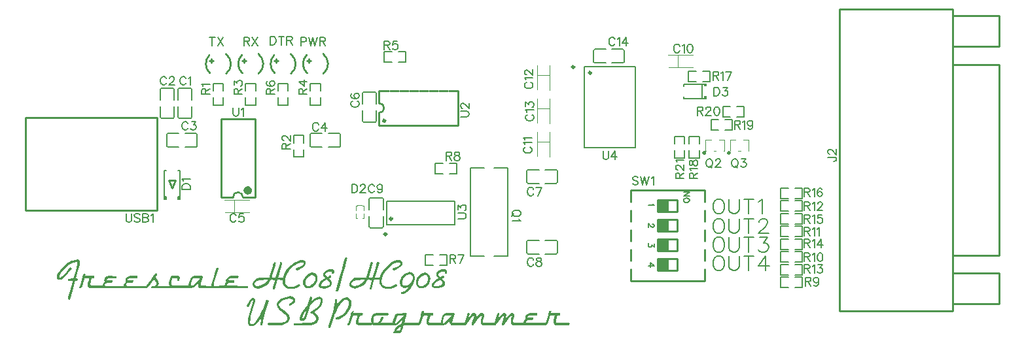
<source format=gto>
G04 Layer: TopSilkscreenLayer*
G04 EasyEDA v6.5.39, 2025-03-31 16:42:18*
G04 8c5cdcb6969146bda3c33439ce40f75b,8c5f514d37a848dc893bb94b3339d7fb,10*
G04 Gerber Generator version 0.2*
G04 Scale: 100 percent, Rotated: No, Reflected: No *
G04 Dimensions in millimeters *
G04 leading zeros omitted , absolute positions ,4 integer and 5 decimal *
%FSLAX45Y45*%
%MOMM*%

%ADD10C,0.2032*%
%ADD11C,0.1524*%
%ADD12C,0.2540*%
%ADD13C,0.0800*%
%ADD14C,0.1520*%
%ADD15C,0.1016*%
%ADD16C,0.1000*%
%ADD17C,0.3000*%
%ADD18C,0.0114*%

%LPD*%
G36*
X4131056Y6318554D02*
G01*
X4123944Y6305245D01*
X4108297Y6247333D01*
X4080256Y6141466D01*
X4069283Y6101334D01*
X4019346Y5915101D01*
X4009491Y5880404D01*
X4045610Y5880404D01*
X4057192Y5926074D01*
X4075785Y5994501D01*
X4113072Y6134150D01*
X4124096Y6174333D01*
X4153204Y6283858D01*
X4159453Y6308496D01*
X4155592Y6318554D01*
G37*
G36*
X668528Y6289344D02*
G01*
X634949Y6288379D01*
X605739Y6279692D01*
X591108Y6274054D01*
X546557Y6252260D01*
X485241Y6202934D01*
X440893Y6152438D01*
X418693Y6119571D01*
X403098Y6088837D01*
X403098Y6049670D01*
X421944Y6031941D01*
X459689Y6031941D01*
X492556Y6054953D01*
X548894Y6112256D01*
X592937Y6172606D01*
X592734Y6177991D01*
X575208Y6190742D01*
X565556Y6186728D01*
X529031Y6135116D01*
X466902Y6070650D01*
X439267Y6059068D01*
X432308Y6063386D01*
X432308Y6082436D01*
X451866Y6115913D01*
X470662Y6141821D01*
X507136Y6183985D01*
X565556Y6228029D01*
X613003Y6251600D01*
X654405Y6261150D01*
X665988Y6256731D01*
X665988Y6230112D01*
X643636Y6137808D01*
X637540Y6119571D01*
X621639Y6064808D01*
X614070Y6044996D01*
X543661Y6042914D01*
X543661Y6017361D01*
X598424Y6015380D01*
X606958Y6012332D01*
X592785Y5962548D01*
X584809Y5933389D01*
X579069Y5915101D01*
X563016Y5853023D01*
X557276Y5834786D01*
X548284Y5801918D01*
X540816Y5781548D01*
X554634Y5771134D01*
X570026Y5770880D01*
X586384Y5831128D01*
X592074Y5849366D01*
X630224Y5988151D01*
X638860Y6013704D01*
X656844Y6015736D01*
X673252Y6019292D01*
X673252Y6040272D01*
X661720Y6044742D01*
X647700Y6044742D01*
X647700Y6050534D01*
X674116Y6145123D01*
X680008Y6163360D01*
X695553Y6225844D01*
X693369Y6272631D01*
G37*
G36*
X3586429Y6282029D02*
G01*
X3548481Y6281115D01*
X3513937Y6271666D01*
X3473551Y6253175D01*
X3427984Y6218275D01*
X3392373Y6181648D01*
X3364992Y6145123D01*
X3347212Y6112256D01*
X3331819Y6072124D01*
X3327908Y6053836D01*
X3264763Y6056223D01*
X3268573Y6075730D01*
X3313582Y6232753D01*
X3317392Y6252616D01*
X3298850Y6261100D01*
X3288334Y6257036D01*
X3284372Y6236411D01*
X3269589Y6185306D01*
X3262477Y6159754D01*
X3232658Y6057493D01*
X3232658Y6055664D01*
X3186379Y6055664D01*
X3182366Y6059678D01*
X3189224Y6086703D01*
X3203041Y6134150D01*
X3225749Y6214516D01*
X3232150Y6236411D01*
X3236874Y6251702D01*
X3213963Y6261201D01*
X3208375Y6254648D01*
X3198926Y6221780D01*
X3193338Y6203543D01*
X3184347Y6170676D01*
X3178657Y6152438D01*
X3155035Y6072124D01*
X3148838Y6055664D01*
X3013862Y6055664D01*
X2975000Y6041136D01*
X2945536Y6010046D01*
X2933547Y5980836D01*
X2931820Y5969863D01*
X2932051Y5968695D01*
X2961792Y5968695D01*
X2966415Y5993434D01*
X2994406Y6016904D01*
X3022701Y6025692D01*
X3130397Y6026454D01*
X3130397Y6017615D01*
X3088436Y5977940D01*
X3037332Y5954776D01*
X2987852Y5945327D01*
X2966364Y5954217D01*
X2961792Y5968695D01*
X2932051Y5968695D01*
X2937205Y5942634D01*
X2961741Y5923940D01*
X3006598Y5915558D01*
X3030524Y5924245D01*
X3043783Y5924245D01*
X3111449Y5956300D01*
X3144774Y5987034D01*
X3171190Y6026810D01*
X3219856Y6024626D01*
X3219043Y6010046D01*
X3195370Y5926074D01*
X3194304Y5904179D01*
X3218789Y5904179D01*
X3227933Y5933389D01*
X3237128Y5966206D01*
X3242767Y5984494D01*
X3254451Y6026759D01*
X3322116Y6024626D01*
X3325926Y5977178D01*
X3341674Y5942685D01*
X3374745Y5919368D01*
X3402431Y5909716D01*
X3468166Y5909614D01*
X3518255Y5927801D01*
X3544315Y5944311D01*
X3551529Y5949188D01*
X3539185Y5968034D01*
X3530498Y5968034D01*
X3486404Y5946648D01*
X3456432Y5938012D01*
X3397554Y5940704D01*
X3365906Y5962853D01*
X3353460Y5988151D01*
X3353104Y6037072D01*
X3363417Y6075730D01*
X3369157Y6090361D01*
X3394659Y6134150D01*
X3423361Y6170676D01*
X3464509Y6207709D01*
X3508298Y6236614D01*
X3526536Y6245199D01*
X3555746Y6252768D01*
X3578910Y6252819D01*
X3590442Y6248400D01*
X3590442Y6234836D01*
X3567937Y6209182D01*
X3493719Y6171844D01*
X3491331Y6169507D01*
X3503218Y6146596D01*
X3518611Y6151473D01*
X3575050Y6180023D01*
X3607765Y6208826D01*
X3620465Y6235598D01*
X3616706Y6263589D01*
X3606901Y6272987D01*
G37*
G36*
X4839360Y6282029D02*
G01*
X4800752Y6281115D01*
X4767884Y6272022D01*
X4740148Y6260338D01*
X4690211Y6226860D01*
X4642561Y6177991D01*
X4624019Y6155385D01*
X4595164Y6101334D01*
X4579112Y6053836D01*
X4519625Y6056426D01*
X4517136Y6058763D01*
X4572000Y6250635D01*
X4559808Y6259880D01*
X4544517Y6260134D01*
X4520692Y6177991D01*
X4515002Y6159754D01*
X4506010Y6126886D01*
X4500422Y6108598D01*
X4491431Y6075730D01*
X4483963Y6055360D01*
X4435652Y6057493D01*
X4436922Y6068466D01*
X4489297Y6249924D01*
X4483150Y6255969D01*
X4463745Y6260744D01*
X4448556Y6210858D01*
X4407458Y6068466D01*
X4401007Y6056223D01*
X4256786Y6053836D01*
X4223918Y6036767D01*
X4203090Y6017361D01*
X4185564Y5981293D01*
X4185564Y5961888D01*
X4214774Y5961888D01*
X4214825Y5980836D01*
X4229049Y6004153D01*
X4248962Y6017361D01*
X4275023Y6025692D01*
X4382719Y6026454D01*
X4382719Y6016244D01*
X4340758Y5977788D01*
X4295292Y5956503D01*
X4245813Y5945987D01*
X4227576Y5950356D01*
X4214774Y5961888D01*
X4185564Y5961888D01*
X4185564Y5956706D01*
X4197045Y5934557D01*
X4227880Y5920892D01*
X4257802Y5916117D01*
X4307890Y5928461D01*
X4361586Y5954725D01*
X4400296Y5990031D01*
X4423816Y6026759D01*
X4475835Y6024626D01*
X4473092Y6013704D01*
X4445406Y5912358D01*
X4448911Y5903112D01*
X4466640Y5899708D01*
X4474311Y5908954D01*
X4503064Y6010046D01*
X4510379Y6026454D01*
X4575149Y6026454D01*
X4579315Y5976924D01*
X4588764Y5955284D01*
X4606340Y5931458D01*
X4652111Y5909614D01*
X4720488Y5909614D01*
X4769358Y5927344D01*
X4802581Y5946851D01*
X4802581Y5951829D01*
X4791202Y5968034D01*
X4782820Y5968034D01*
X4738725Y5946800D01*
X4712614Y5938824D01*
X4660138Y5938824D01*
X4627168Y5954318D01*
X4612741Y5972657D01*
X4604613Y6002731D01*
X4608830Y6048451D01*
X4617923Y6079388D01*
X4642713Y6126581D01*
X4674158Y6167018D01*
X4713122Y6204153D01*
X4750663Y6230975D01*
X4793386Y6250533D01*
X4840935Y6250990D01*
X4843170Y6231890D01*
X4809540Y6202324D01*
X4747818Y6172555D01*
X4748072Y6159754D01*
X4757978Y6146698D01*
X4789830Y6159246D01*
X4838598Y6188303D01*
X4855870Y6203543D01*
X4871974Y6226556D01*
X4871974Y6256985D01*
X4864049Y6271717D01*
G37*
G36*
X2463088Y6187135D02*
G01*
X2459228Y6167018D01*
X2414066Y6010046D01*
X2400858Y5962548D01*
X2395728Y5949645D01*
X2259634Y5951626D01*
X2260396Y5977178D01*
X2287422Y6067602D01*
X2283612Y6077559D01*
X2183841Y6077559D01*
X2153767Y6069025D01*
X2136343Y6053836D01*
X2120442Y6017361D01*
X2104463Y5959551D01*
X2133295Y5959551D01*
X2140051Y5977178D01*
X2156714Y6035598D01*
X2170988Y6048349D01*
X2246884Y6048349D01*
X2246884Y6042761D01*
X2161082Y5957874D01*
X2143760Y5949086D01*
X2133295Y5959551D01*
X2104463Y5959551D01*
X2102256Y5951626D01*
X1895703Y5951626D01*
X1881784Y5968847D01*
X1881784Y5999073D01*
X1895195Y6046520D01*
X1956612Y6046520D01*
X1955444Y6011875D01*
X1980082Y6011875D01*
X1986788Y6024626D01*
X1991868Y6055360D01*
X1987499Y6069177D01*
X1969058Y6077559D01*
X1878990Y6077559D01*
X1872183Y6068466D01*
X1856739Y6017361D01*
X1848357Y5985408D01*
X1853234Y5949797D01*
X1706575Y5949797D01*
X1718360Y5979312D01*
X1714703Y6006896D01*
X1679651Y6067145D01*
X1693214Y6090361D01*
X1700580Y6102553D01*
X1691030Y6114084D01*
X1678330Y6114084D01*
X1646275Y6069279D01*
X1616608Y6028283D01*
X1563928Y5954166D01*
X1552549Y5949797D01*
X1305814Y5949797D01*
X1296771Y5960668D01*
X1301343Y5978804D01*
X1317701Y5988151D01*
X1386789Y5991758D01*
X1391564Y6015278D01*
X1387652Y6019139D01*
X1319936Y6019139D01*
X1315364Y6026505D01*
X1319631Y6039967D01*
X1338122Y6048349D01*
X1439418Y6048349D01*
X1444193Y6070092D01*
X1439570Y6077559D01*
X1346911Y6077458D01*
X1317701Y6068314D01*
X1301750Y6059322D01*
X1285951Y6037122D01*
X1286205Y6000597D01*
X1268577Y5974638D01*
X1263904Y5949797D01*
X1031951Y5949797D01*
X1022959Y5960668D01*
X1027531Y5978855D01*
X1048969Y5989929D01*
X1111554Y5989929D01*
X1118717Y6008674D01*
X1118717Y6018885D01*
X1043940Y6020968D01*
X1041552Y6033312D01*
X1061720Y6046520D01*
X1167993Y6050178D01*
X1167993Y6075730D01*
X1069390Y6077458D01*
X1029512Y6061151D01*
X1007770Y6025896D01*
X1016253Y6003493D01*
X998219Y5982106D01*
X994867Y5966206D01*
X992632Y5951626D01*
X839673Y5951626D01*
X828700Y5971184D01*
X850341Y6046520D01*
X883208Y6050178D01*
X885444Y6077559D01*
X767334Y6077559D01*
X771093Y6097219D01*
X767435Y6106769D01*
X750824Y6106769D01*
X742391Y6096609D01*
X702818Y5958941D01*
X687882Y5928258D01*
X687882Y5924245D01*
X708406Y5924245D01*
X727557Y5944311D01*
X737920Y5977178D01*
X754481Y6035598D01*
X759815Y6046520D01*
X813104Y6048705D01*
X819658Y6042202D01*
X812749Y6024626D01*
X802894Y5991758D01*
X802894Y5942685D01*
X823112Y5922416D01*
X1559712Y5920435D01*
X1591513Y5944616D01*
X1626209Y5995416D01*
X1653590Y6033719D01*
X1662074Y6033770D01*
X1688236Y5986932D01*
X1688236Y5975096D01*
X1676806Y5957620D01*
X1654302Y5949797D01*
X1631289Y5949797D01*
X1622552Y5941009D01*
X1622552Y5920587D01*
X1858975Y5920587D01*
X1868119Y5931611D01*
X1879244Y5922416D01*
X2100427Y5920079D01*
X2114448Y5927598D01*
X2136698Y5919216D01*
X2167331Y5928410D01*
X2231186Y5989980D01*
X2230424Y5930036D01*
X2248712Y5920740D01*
X2862072Y5920790D01*
X2870657Y5926175D01*
X2872994Y5947968D01*
X2606497Y5951829D01*
X2605430Y5953455D01*
X2601061Y5964936D01*
X2608478Y5978855D01*
X2624734Y5988151D01*
X2694127Y5991758D01*
X2696362Y6018885D01*
X2624734Y6020968D01*
X2622448Y6037021D01*
X2644444Y6048349D01*
X2746146Y6048349D01*
X2750667Y6071006D01*
X2746603Y6077559D01*
X2653944Y6077559D01*
X2624734Y6069584D01*
X2600248Y6051042D01*
X2589580Y6025540D01*
X2594356Y5997244D01*
X2588006Y5997244D01*
X2574290Y5974029D01*
X2569667Y5951626D01*
X2435453Y5949645D01*
X2429103Y5955944D01*
X2436317Y5984494D01*
X2451709Y6039256D01*
X2465527Y6086703D01*
X2473655Y6115913D01*
X2488438Y6167018D01*
X2492298Y6187135D01*
G37*
G36*
X3962501Y6165189D02*
G01*
X3920845Y6164732D01*
X3906265Y6158585D01*
X3880764Y6148984D01*
X3853738Y6124549D01*
X3845306Y6099098D01*
X3850182Y6079794D01*
X3871976Y6055004D01*
X3869436Y6047435D01*
X3814978Y6009944D01*
X3792321Y5976162D01*
X3788188Y5950559D01*
X3820464Y5950559D01*
X3820464Y5966764D01*
X3841089Y5994400D01*
X3891635Y6026404D01*
X3900170Y6026454D01*
X3929989Y5992571D01*
X3929989Y5974994D01*
X3910990Y5957417D01*
X3872280Y5946140D01*
X3831996Y5946140D01*
X3820464Y5950559D01*
X3788188Y5950559D01*
X3787851Y5948476D01*
X3796792Y5929782D01*
X3816858Y5920181D01*
X3867708Y5915914D01*
X3911955Y5925261D01*
X3944620Y5945987D01*
X3959199Y5969863D01*
X3959199Y5993282D01*
X3950309Y6013704D01*
X3925315Y6044895D01*
X3928160Y6047435D01*
X3951884Y6059525D01*
X3951681Y6072124D01*
X3940556Y6086703D01*
X3902964Y6065824D01*
X3875227Y6095542D01*
X3875227Y6102146D01*
X3889654Y6120536D01*
X3923385Y6136386D01*
X3957370Y6134150D01*
X3957370Y6115913D01*
X3963263Y6106769D01*
X3980840Y6106769D01*
X3988409Y6120892D01*
X3988409Y6139281D01*
X3980281Y6157112D01*
G37*
G36*
X5429554Y6165189D02*
G01*
X5381294Y6164580D01*
X5344261Y6148781D01*
X5324348Y6135624D01*
X5310124Y6112256D01*
X5310073Y6079032D01*
X5335625Y6054242D01*
X5335625Y6049060D01*
X5300980Y6028791D01*
X5262067Y5992012D01*
X5251653Y5967171D01*
X5251653Y5952642D01*
X5279898Y5952642D01*
X5284520Y5971133D01*
X5304282Y5994603D01*
X5352084Y6025946D01*
X5363972Y6026454D01*
X5390388Y5994196D01*
X5390388Y5972048D01*
X5366664Y5954471D01*
X5332425Y5946140D01*
X5290007Y5946241D01*
X5279898Y5952642D01*
X5251653Y5952642D01*
X5251653Y5940094D01*
X5268112Y5924956D01*
X5297322Y5916980D01*
X5341112Y5917031D01*
X5375046Y5927293D01*
X5397042Y5938672D01*
X5419598Y5966053D01*
X5419598Y6002731D01*
X5390388Y6041237D01*
X5390388Y6047740D01*
X5412181Y6057392D01*
X5416143Y6067653D01*
X5404866Y6084874D01*
X5398617Y6084874D01*
X5364530Y6065824D01*
X5339588Y6094018D01*
X5339283Y6106769D01*
X5353608Y6121095D01*
X5382818Y6135979D01*
X5419191Y6135979D01*
X5421426Y6108598D01*
X5446979Y6108598D01*
X5449163Y6145631D01*
G37*
G36*
X4960010Y6128715D02*
G01*
X4954117Y6127800D01*
X4918456Y6118098D01*
X4888382Y6097676D01*
X4864354Y6072124D01*
X4842662Y6030112D01*
X4840393Y6008319D01*
X4867351Y6008319D01*
X4880457Y6042914D01*
X4905603Y6073800D01*
X4932172Y6090361D01*
X4954117Y6098692D01*
X4976012Y6094984D01*
X4989169Y6088075D01*
X5003393Y6064808D01*
X5003393Y6041339D01*
X4988560Y6001664D01*
X4951780Y5964275D01*
X4925822Y5953455D01*
X4891582Y5953455D01*
X4871110Y5974791D01*
X4867351Y6008319D01*
X4840393Y6008319D01*
X4838293Y5988151D01*
X4846421Y5958027D01*
X4861712Y5938621D01*
X4891379Y5923483D01*
X4944313Y5926175D01*
X4938268Y5915101D01*
X4913934Y5892698D01*
X4895697Y5881522D01*
X4857648Y5871819D01*
X4853178Y5851398D01*
X4858308Y5843066D01*
X4886198Y5846826D01*
X4928565Y5867603D01*
X4983327Y5922518D01*
X5015738Y5979972D01*
X5032603Y6038240D01*
X5032603Y6067094D01*
X5013909Y6106617D01*
X4994249Y6120282D01*
G37*
G36*
X5166360Y6121400D02*
G01*
X5158587Y6120892D01*
X5114747Y6105042D01*
X5069484Y6060389D01*
X5049570Y6017361D01*
X5046319Y5975350D01*
X5046459Y5974994D01*
X5076444Y5974994D01*
X5076444Y6004356D01*
X5093868Y6043828D01*
X5122062Y6075121D01*
X5158587Y6091936D01*
X5176824Y6087973D01*
X5195011Y6079337D01*
X5204815Y6058865D01*
X5204815Y6027064D01*
X5190236Y5994146D01*
X5158892Y5960110D01*
X5131460Y5946140D01*
X5101488Y5946140D01*
X5087467Y5953658D01*
X5076444Y5974994D01*
X5046459Y5974994D01*
X5055666Y5951626D01*
X5073142Y5927902D01*
X5094325Y5916930D01*
X5135626Y5916930D01*
X5181904Y5939028D01*
X5214366Y5977178D01*
X5229301Y6010046D01*
X5237480Y6041542D01*
X5228590Y6081268D01*
X5203748Y6110274D01*
G37*
G36*
X3705453Y6121349D02*
G01*
X3698138Y6120892D01*
X3661308Y6108293D01*
X3628796Y6084925D01*
X3607612Y6058306D01*
X3586784Y6015380D01*
X3586784Y5970574D01*
X3615994Y5970574D01*
X3615994Y6010503D01*
X3633622Y6046520D01*
X3665270Y6076797D01*
X3694480Y6091885D01*
X3703878Y6092190D01*
X3727348Y6082233D01*
X3741978Y6065875D01*
X3741674Y6020968D01*
X3728212Y5995416D01*
X3707129Y5968644D01*
X3673195Y5946140D01*
X3634638Y5946140D01*
X3615994Y5970574D01*
X3586784Y5970574D01*
X3586784Y5968949D01*
X3597554Y5943244D01*
X3628288Y5916930D01*
X3669029Y5916930D01*
X3707028Y5930798D01*
X3727348Y5946648D01*
X3751834Y5977178D01*
X3770833Y6013704D01*
X3770884Y6072124D01*
X3758387Y6095441D01*
X3734663Y6113373D01*
G37*
G36*
X3409137Y5814720D02*
G01*
X3402431Y5814009D01*
X3358591Y5804560D01*
X3336696Y5797296D01*
X3303828Y5784189D01*
X3270961Y5759500D01*
X3254400Y5738520D01*
X3243580Y5707888D01*
X3252317Y5677814D01*
X3268370Y5652211D01*
X3296513Y5626100D01*
X3351326Y5585409D01*
X3374186Y5560974D01*
X3383381Y5534660D01*
X3378200Y5513832D01*
X3347669Y5483555D01*
X3297123Y5467858D01*
X3134563Y5467858D01*
X3129940Y5453278D01*
X3134868Y5437733D01*
X3314801Y5441645D01*
X3351174Y5453430D01*
X3379724Y5472277D01*
X3396792Y5491581D01*
X3411524Y5521299D01*
X3411524Y5543245D01*
X3399332Y5579160D01*
X3362248Y5616092D01*
X3315512Y5647791D01*
X3286861Y5673648D01*
X3272231Y5702300D01*
X3281273Y5725261D01*
X3296513Y5742482D01*
X3325774Y5762294D01*
X3365906Y5777636D01*
X3409848Y5784850D01*
X3446221Y5776366D01*
X3455365Y5770473D01*
X3455365Y5756046D01*
X3443122Y5737402D01*
X3403854Y5715203D01*
X3406089Y5696762D01*
X3418281Y5689142D01*
X3460851Y5715304D01*
X3484575Y5745886D01*
X3484575Y5774893D01*
X3474008Y5795365D01*
X3457194Y5806338D01*
G37*
G36*
X3799027Y5807811D02*
G01*
X3767632Y5799378D01*
X3734003Y5782310D01*
X3699916Y5756300D01*
X3695496Y5756300D01*
X3699560Y5776366D01*
X3704488Y5796483D01*
X3695446Y5807405D01*
X3677818Y5807405D01*
X3660648Y5747156D01*
X3647846Y5704078D01*
X3607917Y5656986D01*
X3569106Y5599023D01*
X3545687Y5542838D01*
X3543759Y5526684D01*
X3572205Y5526684D01*
X3572205Y5536996D01*
X3590848Y5579211D01*
X3617823Y5621121D01*
X3623310Y5621223D01*
X3623310Y5612536D01*
X3608222Y5568238D01*
X3589731Y5530240D01*
X3579825Y5522010D01*
X3572205Y5526684D01*
X3543759Y5526684D01*
X3542588Y5517134D01*
X3557473Y5493410D01*
X3583838Y5493410D01*
X3606901Y5509514D01*
X3623310Y5528106D01*
X3634943Y5552541D01*
X3667506Y5666841D01*
X3679342Y5698591D01*
X3745636Y5756198D01*
X3790696Y5779820D01*
X3811320Y5772556D01*
X3813556Y5738723D01*
X3797147Y5703366D01*
X3750056Y5657850D01*
X3678123Y5608421D01*
X3678072Y5599480D01*
X3701796Y5587288D01*
X3743858Y5555030D01*
X3754729Y5533948D01*
X3754729Y5517134D01*
X3740454Y5493766D01*
X3719118Y5482742D01*
X3687216Y5470296D01*
X3468115Y5466029D01*
X3468115Y5440476D01*
X3676243Y5440476D01*
X3720084Y5450382D01*
X3751427Y5465521D01*
X3770325Y5484266D01*
X3783939Y5515914D01*
X3783939Y5538571D01*
X3768598Y5570270D01*
X3729278Y5604764D01*
X3729177Y5609996D01*
X3802532Y5665520D01*
X3824681Y5696051D01*
X3842359Y5734608D01*
X3842359Y5780836D01*
X3823462Y5799734D01*
G37*
G36*
X4139946Y5803341D02*
G01*
X4118000Y5797651D01*
X4088790Y5782614D01*
X4044543Y5736183D01*
X4030624Y5712460D01*
X4023106Y5712460D01*
X4025646Y5778195D01*
X3995724Y5778195D01*
X3995623Y5739841D01*
X3985056Y5659526D01*
X3970172Y5606592D01*
X3963263Y5582869D01*
X3933240Y5477002D01*
X3918356Y5425846D01*
X3917238Y5407609D01*
X3942892Y5405475D01*
X3952544Y5440476D01*
X3958336Y5458714D01*
X3967327Y5491581D01*
X3973220Y5509818D01*
X3988663Y5560974D01*
X3994962Y5575554D01*
X4004310Y5601106D01*
X4040581Y5677814D01*
X4062984Y5710631D01*
X4092448Y5742838D01*
X4127804Y5770880D01*
X4162399Y5770880D01*
X4179925Y5752236D01*
X4179468Y5698591D01*
X4170222Y5674156D01*
X4162044Y5655868D01*
X4135120Y5615736D01*
X4092448Y5574741D01*
X4059631Y5553100D01*
X4019448Y5541264D01*
X4004818Y5538927D01*
X4004818Y5513476D01*
X4046372Y5514898D01*
X4093108Y5537403D01*
X4140200Y5576265D01*
X4178858Y5625490D01*
X4192117Y5648604D01*
X4209034Y5696051D01*
X4208830Y5758129D01*
X4197045Y5780481D01*
X4169156Y5799785D01*
G37*
G36*
X2951835Y5796432D02*
G01*
X2938729Y5795467D01*
X2922625Y5792317D01*
X2886964Y5753354D01*
X2856585Y5694934D01*
X2856585Y5684164D01*
X2878734Y5674969D01*
X2881528Y5677814D01*
X2908909Y5728919D01*
X2918460Y5747512D01*
X2936900Y5764885D01*
X2936900Y5747664D01*
X2929534Y5725261D01*
X2888945Y5582869D01*
X2874213Y5524449D01*
X2870403Y5467604D01*
X2879902Y5444134D01*
X2898597Y5427726D01*
X2940812Y5427675D01*
X2976118Y5445607D01*
X3020517Y5501182D01*
X3040989Y5533542D01*
X3047238Y5533593D01*
X3042056Y5513476D01*
X3032658Y5447792D01*
X3040989Y5438902D01*
X3059226Y5436819D01*
X3068624Y5491581D01*
X3076702Y5531764D01*
X3093720Y5597448D01*
X3140456Y5760212D01*
X3119831Y5770880D01*
X3112922Y5770880D01*
X3064052Y5648604D01*
X3052775Y5623001D01*
X3023565Y5560974D01*
X2977337Y5490667D01*
X2939796Y5456885D01*
X2908604Y5456885D01*
X2899613Y5467705D01*
X2903423Y5524449D01*
X2910890Y5553659D01*
X2958744Y5721604D01*
X2966059Y5743854D01*
X2970682Y5777636D01*
G37*
G36*
X6788759Y5625642D02*
G01*
X6771741Y5621375D01*
X6756755Y5571896D01*
X6747764Y5539028D01*
X6742125Y5520791D01*
X6733438Y5487924D01*
X6724599Y5469686D01*
X6481114Y5467756D01*
X6471107Y5476036D01*
X6471107Y5488482D01*
X6489954Y5506212D01*
X6556908Y5508548D01*
X6566052Y5520385D01*
X6566052Y5537250D01*
X6498132Y5537250D01*
X6489700Y5545632D01*
X6496456Y5558282D01*
X6509461Y5564428D01*
X6615328Y5568238D01*
X6617614Y5595620D01*
X6519875Y5595620D01*
X6486753Y5584342D01*
X6463995Y5562142D01*
X6459372Y5537250D01*
X6463741Y5519826D01*
X6452463Y5510428D01*
X6444183Y5495239D01*
X6439966Y5469686D01*
X6310731Y5467705D01*
X6299200Y5485333D01*
X6304026Y5506212D01*
X6317792Y5549392D01*
X6317792Y5579770D01*
X6300876Y5595620D01*
X6272834Y5595620D01*
X6248247Y5576925D01*
X6212586Y5526074D01*
X6216497Y5583580D01*
X6199327Y5595620D01*
X6178651Y5595620D01*
X6157417Y5584647D01*
X6115964Y5533339D01*
X6112967Y5536387D01*
X6128613Y5584901D01*
X6124498Y5595620D01*
X6106922Y5595620D01*
X6099657Y5586526D01*
X6090412Y5557316D01*
X6084976Y5539028D01*
X6075832Y5506212D01*
X6063742Y5469686D01*
X5924143Y5467705D01*
X5912510Y5479338D01*
X5912510Y5495594D01*
X5930595Y5557316D01*
X5930747Y5577738D01*
X5912815Y5595620D01*
X5881268Y5595620D01*
X5855919Y5570931D01*
X5826709Y5530088D01*
X5820460Y5529935D01*
X5826201Y5542686D01*
X5829300Y5577941D01*
X5812637Y5595620D01*
X5787694Y5595620D01*
X5764631Y5579465D01*
X5757316Y5571896D01*
X5735421Y5543143D01*
X5730341Y5535625D01*
X5725617Y5540349D01*
X5734558Y5568238D01*
X5741111Y5585510D01*
X5732729Y5595620D01*
X5715152Y5595620D01*
X5707278Y5575554D01*
X5682234Y5487924D01*
X5674309Y5467858D01*
X5523331Y5467858D01*
X5515711Y5475478D01*
X5525058Y5509818D01*
X5547004Y5585104D01*
X5542991Y5595620D01*
X5439714Y5595518D01*
X5412638Y5586120D01*
X5396585Y5571896D01*
X5377027Y5528106D01*
X5367832Y5484266D01*
X5363139Y5472379D01*
X5397042Y5472379D01*
X5400598Y5498896D01*
X5409082Y5528106D01*
X5415330Y5552389D01*
X5428030Y5566410D01*
X5502351Y5566410D01*
X5506872Y5561888D01*
X5428742Y5481980D01*
X5405170Y5467350D01*
X5397042Y5472379D01*
X5363139Y5472379D01*
X5361381Y5467858D01*
X5222646Y5467858D01*
X5210860Y5485790D01*
X5215737Y5509818D01*
X5232654Y5564632D01*
X5265521Y5566816D01*
X5268468Y5587187D01*
X5265674Y5595620D01*
X5149646Y5595620D01*
X5151272Y5623001D01*
X5129631Y5623001D01*
X5120792Y5604764D01*
X5112105Y5571896D01*
X5106466Y5553659D01*
X5097322Y5520791D01*
X5089956Y5495239D01*
X5080863Y5469686D01*
X4896916Y5467705D01*
X4901641Y5491581D01*
X4907635Y5509818D01*
X4924094Y5568238D01*
X4931410Y5588762D01*
X4923993Y5596178D01*
X4811725Y5593791D01*
X4782515Y5578551D01*
X4766360Y5550001D01*
X4755997Y5517134D01*
X4747035Y5474817D01*
X4775911Y5474817D01*
X4800041Y5559399D01*
X4811725Y5566206D01*
X4887163Y5566410D01*
X4884724Y5559450D01*
X4798466Y5471820D01*
X4783582Y5467146D01*
X4775911Y5474817D01*
X4747035Y5474817D01*
X4746142Y5470601D01*
X4738522Y5467705D01*
X4590745Y5469686D01*
X4607712Y5495239D01*
X4623714Y5534558D01*
X4623714Y5544515D01*
X4599228Y5544515D01*
X4572457Y5490311D01*
X4551324Y5472531D01*
X4521962Y5467858D01*
X4503064Y5475020D01*
X4495190Y5495239D01*
X4498746Y5536031D01*
X4510278Y5558332D01*
X4533493Y5566410D01*
X4680915Y5566410D01*
X4689652Y5585510D01*
X4681220Y5595620D01*
X4540300Y5595620D01*
X4501896Y5586780D01*
X4478985Y5563870D01*
X4465218Y5520791D01*
X4464913Y5491581D01*
X4470908Y5467858D01*
X4314494Y5467858D01*
X4301540Y5482132D01*
X4305350Y5506212D01*
X4313377Y5533593D01*
X4320133Y5560212D01*
X4329785Y5566308D01*
X4352645Y5566410D01*
X4361535Y5587898D01*
X4356709Y5595620D01*
X4240530Y5595620D01*
X4242155Y5623001D01*
X4223918Y5624931D01*
X4216298Y5619394D01*
X4206646Y5586526D01*
X4201007Y5568238D01*
X4192015Y5535422D01*
X4186428Y5517134D01*
X4177690Y5484266D01*
X4163618Y5455056D01*
X4163669Y5442712D01*
X4169410Y5439156D01*
X4191406Y5449824D01*
X4202988Y5469686D01*
X4226560Y5553659D01*
X4233265Y5566410D01*
X4286554Y5566410D01*
X4290618Y5562396D01*
X4284776Y5539028D01*
X4273194Y5496712D01*
X4273194Y5465165D01*
X4288129Y5446217D01*
X4315155Y5438698D01*
X4475022Y5438648D01*
X4484522Y5451449D01*
X4501388Y5440476D01*
X4743907Y5438140D01*
X4756404Y5445150D01*
X4777232Y5437886D01*
X4803495Y5442813D01*
X4875631Y5512765D01*
X4875631Y5503011D01*
X4863693Y5460644D01*
X4824374Y5441391D01*
X4781804Y5400294D01*
X4766862Y5369255D01*
X4798923Y5369255D01*
X4798923Y5377738D01*
X4817973Y5402630D01*
X4848098Y5424474D01*
X4850942Y5415889D01*
X4842002Y5385714D01*
X4835601Y5369255D01*
X4766862Y5369255D01*
X4755134Y5344769D01*
X4755134Y5340096D01*
X4842205Y5340096D01*
X4863338Y5357876D01*
X4872786Y5389372D01*
X4878679Y5407609D01*
X4882845Y5425846D01*
X4889957Y5436819D01*
X5087264Y5440476D01*
X5111851Y5466029D01*
X5138318Y5560415D01*
X5147614Y5566308D01*
X5196484Y5566410D01*
X5200751Y5559501D01*
X5184597Y5509818D01*
X5184444Y5460390D01*
X5204358Y5440476D01*
X5399532Y5438089D01*
X5426811Y5446217D01*
X5492648Y5508853D01*
X5492648Y5500827D01*
X5484063Y5468772D01*
X5493766Y5445353D01*
X5510428Y5439003D01*
X5680659Y5438292D01*
X5689092Y5438648D01*
X5776874Y5553862D01*
X5792216Y5567730D01*
X5800445Y5559501D01*
X5787796Y5517134D01*
X5781090Y5493410D01*
X5773013Y5466029D01*
X5769356Y5438648D01*
X5790184Y5438749D01*
X5798007Y5444134D01*
X5862370Y5535422D01*
X5887415Y5566410D01*
X5897473Y5566410D01*
X5901994Y5559094D01*
X5885688Y5513476D01*
X5885129Y5460746D01*
X5905347Y5440476D01*
X6074968Y5438495D01*
X6082284Y5444134D01*
X6115151Y5487924D01*
X6175756Y5566410D01*
X6186322Y5566410D01*
X6186322Y5552186D01*
X6175857Y5513476D01*
X6157264Y5451449D01*
X6157112Y5438190D01*
X6184442Y5440476D01*
X6268466Y5560415D01*
X6281064Y5568086D01*
X6289802Y5559348D01*
X6280404Y5528106D01*
X6273038Y5507939D01*
X6273038Y5459831D01*
X6292342Y5440476D01*
X6442354Y5438089D01*
X6451955Y5446115D01*
X6471615Y5438648D01*
X6733641Y5438648D01*
X6755079Y5461609D01*
X6769658Y5509818D01*
X6778498Y5542686D01*
X6788658Y5566410D01*
X6842302Y5566410D01*
X6846519Y5562244D01*
X6839407Y5539028D01*
X6828942Y5500370D01*
X6828942Y5468213D01*
X6836714Y5451043D01*
X6852666Y5440476D01*
X7029246Y5438089D01*
X7041388Y5461508D01*
X7031532Y5467756D01*
X6869582Y5467858D01*
X6857492Y5479948D01*
X6860997Y5509818D01*
X6869582Y5539028D01*
X6873697Y5557316D01*
X6880910Y5566410D01*
X6908647Y5566410D01*
X6913422Y5588152D01*
X6908800Y5595620D01*
X6795262Y5595620D01*
X6800037Y5621274D01*
G37*
D10*
X8945372Y7075678D02*
G01*
X8926829Y7066534D01*
X8908541Y7047992D01*
X8899143Y7029450D01*
X8890000Y7001763D01*
X8890000Y6955789D01*
X8899143Y6927850D01*
X8908541Y6909562D01*
X8926829Y6891020D01*
X8945372Y6881876D01*
X8982456Y6881876D01*
X9000743Y6891020D01*
X9019286Y6909562D01*
X9028429Y6927850D01*
X9037827Y6955789D01*
X9037827Y7001763D01*
X9028429Y7029450D01*
X9019286Y7047992D01*
X9000743Y7066534D01*
X8982456Y7075678D01*
X8945372Y7075678D01*
X9098788Y7075678D02*
G01*
X9098788Y6937247D01*
X9107931Y6909562D01*
X9126474Y6891020D01*
X9154159Y6881876D01*
X9172702Y6881876D01*
X9200388Y6891020D01*
X9218929Y6909562D01*
X9228074Y6937247D01*
X9228074Y7075678D01*
X9353550Y7075678D02*
G01*
X9353550Y6881876D01*
X9289034Y7075678D02*
G01*
X9418320Y7075678D01*
X9479279Y7038847D02*
G01*
X9497822Y7047992D01*
X9525508Y7075678D01*
X9525508Y6881876D01*
X8945372Y6821678D02*
G01*
X8926829Y6812534D01*
X8908541Y6793992D01*
X8899143Y6775450D01*
X8890000Y6747763D01*
X8890000Y6701789D01*
X8899143Y6673850D01*
X8908541Y6655562D01*
X8926829Y6637020D01*
X8945372Y6627876D01*
X8982456Y6627876D01*
X9000743Y6637020D01*
X9019286Y6655562D01*
X9028429Y6673850D01*
X9037827Y6701789D01*
X9037827Y6747763D01*
X9028429Y6775450D01*
X9019286Y6793992D01*
X9000743Y6812534D01*
X8982456Y6821678D01*
X8945372Y6821678D01*
X9098788Y6821678D02*
G01*
X9098788Y6683247D01*
X9107931Y6655562D01*
X9126474Y6637020D01*
X9154159Y6627876D01*
X9172702Y6627876D01*
X9200388Y6637020D01*
X9218929Y6655562D01*
X9228074Y6683247D01*
X9228074Y6821678D01*
X9353550Y6821678D02*
G01*
X9353550Y6627876D01*
X9289034Y6821678D02*
G01*
X9418320Y6821678D01*
X9488424Y6775450D02*
G01*
X9488424Y6784847D01*
X9497822Y6803389D01*
X9506965Y6812534D01*
X9525508Y6821678D01*
X9562338Y6821678D01*
X9580879Y6812534D01*
X9590024Y6803389D01*
X9599422Y6784847D01*
X9599422Y6766305D01*
X9590024Y6747763D01*
X9571736Y6720078D01*
X9479279Y6627876D01*
X9608565Y6627876D01*
X8945372Y6580378D02*
G01*
X8926829Y6571234D01*
X8908541Y6552692D01*
X8899143Y6534150D01*
X8890000Y6506463D01*
X8890000Y6460489D01*
X8899143Y6432550D01*
X8908541Y6414262D01*
X8926829Y6395720D01*
X8945372Y6386576D01*
X8982456Y6386576D01*
X9000743Y6395720D01*
X9019286Y6414262D01*
X9028429Y6432550D01*
X9037827Y6460489D01*
X9037827Y6506463D01*
X9028429Y6534150D01*
X9019286Y6552692D01*
X9000743Y6571234D01*
X8982456Y6580378D01*
X8945372Y6580378D01*
X9098788Y6580378D02*
G01*
X9098788Y6441947D01*
X9107931Y6414262D01*
X9126474Y6395720D01*
X9154159Y6386576D01*
X9172702Y6386576D01*
X9200388Y6395720D01*
X9218929Y6414262D01*
X9228074Y6441947D01*
X9228074Y6580378D01*
X9353550Y6580378D02*
G01*
X9353550Y6386576D01*
X9289034Y6580378D02*
G01*
X9418320Y6580378D01*
X9497822Y6580378D02*
G01*
X9599422Y6580378D01*
X9544050Y6506463D01*
X9571736Y6506463D01*
X9590024Y6497320D01*
X9599422Y6488176D01*
X9608565Y6460489D01*
X9608565Y6441947D01*
X9599422Y6414262D01*
X9580879Y6395720D01*
X9553193Y6386576D01*
X9525508Y6386576D01*
X9497822Y6395720D01*
X9488424Y6404863D01*
X9479279Y6423405D01*
X8945372Y6339078D02*
G01*
X8926829Y6329934D01*
X8908541Y6311392D01*
X8899143Y6292850D01*
X8890000Y6265163D01*
X8890000Y6219189D01*
X8899143Y6191250D01*
X8908541Y6172962D01*
X8926829Y6154420D01*
X8945372Y6145276D01*
X8982456Y6145276D01*
X9000743Y6154420D01*
X9019286Y6172962D01*
X9028429Y6191250D01*
X9037827Y6219189D01*
X9037827Y6265163D01*
X9028429Y6292850D01*
X9019286Y6311392D01*
X9000743Y6329934D01*
X8982456Y6339078D01*
X8945372Y6339078D01*
X9098788Y6339078D02*
G01*
X9098788Y6200647D01*
X9107931Y6172962D01*
X9126474Y6154420D01*
X9154159Y6145276D01*
X9172702Y6145276D01*
X9200388Y6154420D01*
X9218929Y6172962D01*
X9228074Y6200647D01*
X9228074Y6339078D01*
X9353550Y6339078D02*
G01*
X9353550Y6145276D01*
X9289034Y6339078D02*
G01*
X9418320Y6339078D01*
X9571736Y6339078D02*
G01*
X9479279Y6209792D01*
X9617709Y6209792D01*
X9571736Y6339078D02*
G01*
X9571736Y6145276D01*
D11*
X10377043Y7617320D02*
G01*
X10460354Y7617320D01*
X10475849Y7612240D01*
X10481183Y7606906D01*
X10486263Y7596492D01*
X10486263Y7586078D01*
X10481183Y7575664D01*
X10475849Y7570584D01*
X10460354Y7565250D01*
X10449940Y7565250D01*
X10403204Y7656690D02*
G01*
X10397870Y7656690D01*
X10387456Y7662024D01*
X10382377Y7667104D01*
X10377043Y7677518D01*
X10377043Y7698346D01*
X10382377Y7708760D01*
X10387456Y7713840D01*
X10397870Y7719174D01*
X10408284Y7719174D01*
X10418699Y7713840D01*
X10434193Y7703680D01*
X10486263Y7651610D01*
X10486263Y7724254D01*
X2071877Y8636508D02*
G01*
X2066543Y8646921D01*
X2056129Y8657336D01*
X2045970Y8662415D01*
X2025141Y8662415D01*
X2014727Y8657336D01*
X2004313Y8646921D01*
X1998979Y8636508D01*
X1993900Y8620760D01*
X1993900Y8594852D01*
X1998979Y8579358D01*
X2004313Y8568944D01*
X2014727Y8558529D01*
X2025141Y8553450D01*
X2045970Y8553450D01*
X2056129Y8558529D01*
X2066543Y8568944D01*
X2071877Y8579358D01*
X2106168Y8641587D02*
G01*
X2116581Y8646921D01*
X2132075Y8662415D01*
X2132075Y8553450D01*
X1817877Y8636508D02*
G01*
X1812543Y8646921D01*
X1802129Y8657336D01*
X1791970Y8662415D01*
X1771141Y8662415D01*
X1760727Y8657336D01*
X1750313Y8646921D01*
X1744979Y8636508D01*
X1739900Y8620760D01*
X1739900Y8594852D01*
X1744979Y8579358D01*
X1750313Y8568944D01*
X1760727Y8558529D01*
X1771141Y8553450D01*
X1791970Y8553450D01*
X1802129Y8558529D01*
X1812543Y8568944D01*
X1817877Y8579358D01*
X1857247Y8636508D02*
G01*
X1857247Y8641587D01*
X1862581Y8652002D01*
X1867661Y8657336D01*
X1878075Y8662415D01*
X1898904Y8662415D01*
X1909318Y8657336D01*
X1914397Y8652002D01*
X1919731Y8641587D01*
X1919731Y8631174D01*
X1914397Y8620760D01*
X1903984Y8605265D01*
X1852168Y8553450D01*
X1924811Y8553450D01*
X2097277Y8052308D02*
G01*
X2091943Y8062721D01*
X2081529Y8073136D01*
X2071370Y8078215D01*
X2050541Y8078215D01*
X2040127Y8073136D01*
X2029713Y8062721D01*
X2024379Y8052308D01*
X2019300Y8036560D01*
X2019300Y8010652D01*
X2024379Y7995158D01*
X2029713Y7984744D01*
X2040127Y7974329D01*
X2050541Y7969250D01*
X2071370Y7969250D01*
X2081529Y7974329D01*
X2091943Y7984744D01*
X2097277Y7995158D01*
X2141981Y8078215D02*
G01*
X2199131Y8078215D01*
X2167890Y8036560D01*
X2183384Y8036560D01*
X2193797Y8031479D01*
X2199131Y8026400D01*
X2204211Y8010652D01*
X2204211Y8000237D01*
X2199131Y7984744D01*
X2188718Y7974329D01*
X2172970Y7969250D01*
X2157475Y7969250D01*
X2141981Y7974329D01*
X2136647Y7979410D01*
X2131568Y7989823D01*
X3786377Y8039608D02*
G01*
X3781043Y8050021D01*
X3770629Y8060436D01*
X3760470Y8065515D01*
X3739641Y8065515D01*
X3729227Y8060436D01*
X3718813Y8050021D01*
X3713479Y8039608D01*
X3708400Y8023860D01*
X3708400Y7997952D01*
X3713479Y7982458D01*
X3718813Y7972044D01*
X3729227Y7961629D01*
X3739641Y7956550D01*
X3760470Y7956550D01*
X3770629Y7961629D01*
X3781043Y7972044D01*
X3786377Y7982458D01*
X3872484Y8065515D02*
G01*
X3820668Y7992871D01*
X3898645Y7992871D01*
X3872484Y8065515D02*
G01*
X3872484Y7956550D01*
X2719577Y6858508D02*
G01*
X2714243Y6868921D01*
X2703829Y6879336D01*
X2693670Y6884415D01*
X2672841Y6884415D01*
X2662427Y6879336D01*
X2652013Y6868921D01*
X2646679Y6858508D01*
X2641600Y6842760D01*
X2641600Y6816852D01*
X2646679Y6801358D01*
X2652013Y6790944D01*
X2662427Y6780529D01*
X2672841Y6775450D01*
X2693670Y6775450D01*
X2703829Y6780529D01*
X2714243Y6790944D01*
X2719577Y6801358D01*
X2816097Y6884415D02*
G01*
X2764281Y6884415D01*
X2758947Y6837679D01*
X2764281Y6842760D01*
X2779775Y6848094D01*
X2795270Y6848094D01*
X2811018Y6842760D01*
X2821431Y6832600D01*
X2826511Y6816852D01*
X2826511Y6806437D01*
X2821431Y6790944D01*
X2811018Y6780529D01*
X2795270Y6775450D01*
X2779775Y6775450D01*
X2764281Y6780529D01*
X2758947Y6785610D01*
X2753868Y6796023D01*
X4228591Y8345678D02*
G01*
X4218177Y8340344D01*
X4207763Y8329929D01*
X4202684Y8319770D01*
X4202684Y8298942D01*
X4207763Y8288528D01*
X4218177Y8278113D01*
X4228591Y8272779D01*
X4244340Y8267700D01*
X4270247Y8267700D01*
X4285741Y8272779D01*
X4296156Y8278113D01*
X4306570Y8288528D01*
X4311650Y8298942D01*
X4311650Y8319770D01*
X4306570Y8329929D01*
X4296156Y8340344D01*
X4285741Y8345678D01*
X4218177Y8442197D02*
G01*
X4207763Y8437118D01*
X4202684Y8421370D01*
X4202684Y8411210D01*
X4207763Y8395462D01*
X4223511Y8385047D01*
X4249420Y8379968D01*
X4275327Y8379968D01*
X4296156Y8385047D01*
X4306570Y8395462D01*
X4311650Y8411210D01*
X4311650Y8416289D01*
X4306570Y8431784D01*
X4296156Y8442197D01*
X4280661Y8447531D01*
X4275327Y8447531D01*
X4259834Y8442197D01*
X4249420Y8431784D01*
X4244340Y8416289D01*
X4244340Y8411210D01*
X4249420Y8395462D01*
X4259834Y8385047D01*
X4275327Y8379968D01*
X6567677Y7201408D02*
G01*
X6562343Y7211821D01*
X6551929Y7222236D01*
X6541770Y7227315D01*
X6520941Y7227315D01*
X6510527Y7222236D01*
X6500113Y7211821D01*
X6494779Y7201408D01*
X6489700Y7185660D01*
X6489700Y7159752D01*
X6494779Y7144258D01*
X6500113Y7133844D01*
X6510527Y7123429D01*
X6520941Y7118350D01*
X6541770Y7118350D01*
X6551929Y7123429D01*
X6562343Y7133844D01*
X6567677Y7144258D01*
X6674611Y7227315D02*
G01*
X6622795Y7118350D01*
X6601968Y7227315D02*
G01*
X6674611Y7227315D01*
X6567677Y6287007D02*
G01*
X6562343Y6297421D01*
X6551929Y6307836D01*
X6541770Y6312915D01*
X6520941Y6312915D01*
X6510527Y6307836D01*
X6500113Y6297421D01*
X6494779Y6287007D01*
X6489700Y6271260D01*
X6489700Y6245352D01*
X6494779Y6229857D01*
X6500113Y6219444D01*
X6510527Y6209029D01*
X6520941Y6203950D01*
X6541770Y6203950D01*
X6551929Y6209029D01*
X6562343Y6219444D01*
X6567677Y6229857D01*
X6627875Y6312915D02*
G01*
X6612381Y6307836D01*
X6607047Y6297421D01*
X6607047Y6287007D01*
X6612381Y6276594D01*
X6622795Y6271260D01*
X6643370Y6266179D01*
X6659118Y6261100D01*
X6669531Y6250686D01*
X6674611Y6240271D01*
X6674611Y6224523D01*
X6669531Y6214110D01*
X6664197Y6209029D01*
X6648704Y6203950D01*
X6627875Y6203950D01*
X6612381Y6209029D01*
X6607047Y6214110D01*
X6601968Y6224523D01*
X6601968Y6240271D01*
X6607047Y6250686D01*
X6617461Y6261100D01*
X6633209Y6266179D01*
X6653784Y6271260D01*
X6664197Y6276594D01*
X6669531Y6287007D01*
X6669531Y6297421D01*
X6664197Y6307836D01*
X6648704Y6312915D01*
X6627875Y6312915D01*
X4510277Y7239508D02*
G01*
X4504943Y7249921D01*
X4494529Y7260336D01*
X4484370Y7265415D01*
X4463541Y7265415D01*
X4453127Y7260336D01*
X4442713Y7249921D01*
X4437379Y7239508D01*
X4432300Y7223760D01*
X4432300Y7197852D01*
X4437379Y7182358D01*
X4442713Y7171944D01*
X4453127Y7161529D01*
X4463541Y7156450D01*
X4484370Y7156450D01*
X4494529Y7161529D01*
X4504943Y7171944D01*
X4510277Y7182358D01*
X4612131Y7229094D02*
G01*
X4606797Y7213600D01*
X4596384Y7203186D01*
X4580890Y7197852D01*
X4575809Y7197852D01*
X4560061Y7203186D01*
X4549647Y7213600D01*
X4544568Y7229094D01*
X4544568Y7234173D01*
X4549647Y7249921D01*
X4560061Y7260336D01*
X4575809Y7265415D01*
X4580890Y7265415D01*
X4596384Y7260336D01*
X4606797Y7249921D01*
X4612131Y7229094D01*
X4612131Y7203186D01*
X4606797Y7177023D01*
X4596384Y7161529D01*
X4580890Y7156450D01*
X4570475Y7156450D01*
X4554981Y7161529D01*
X4549647Y7171944D01*
X8459977Y9055608D02*
G01*
X8454643Y9066021D01*
X8444229Y9076436D01*
X8434070Y9081515D01*
X8413241Y9081515D01*
X8402827Y9076436D01*
X8392413Y9066021D01*
X8387079Y9055608D01*
X8382000Y9039860D01*
X8382000Y9013952D01*
X8387079Y8998458D01*
X8392413Y8988044D01*
X8402827Y8977629D01*
X8413241Y8972550D01*
X8434070Y8972550D01*
X8444229Y8977629D01*
X8454643Y8988044D01*
X8459977Y8998458D01*
X8494268Y9060687D02*
G01*
X8504681Y9066021D01*
X8520175Y9081515D01*
X8520175Y8972550D01*
X8585708Y9081515D02*
G01*
X8569959Y9076436D01*
X8559800Y9060687D01*
X8554465Y9034779D01*
X8554465Y9019286D01*
X8559800Y8993124D01*
X8569959Y8977629D01*
X8585708Y8972550D01*
X8596122Y8972550D01*
X8611615Y8977629D01*
X8622029Y8993124D01*
X8627109Y9019286D01*
X8627109Y9034779D01*
X8622029Y9060687D01*
X8611615Y9076436D01*
X8596122Y9081515D01*
X8585708Y9081515D01*
X6463791Y7748778D02*
G01*
X6453377Y7743444D01*
X6442963Y7733029D01*
X6437884Y7722870D01*
X6437884Y7702042D01*
X6442963Y7691628D01*
X6453377Y7681213D01*
X6463791Y7675879D01*
X6479540Y7670800D01*
X6505447Y7670800D01*
X6520941Y7675879D01*
X6531356Y7681213D01*
X6541770Y7691628D01*
X6546850Y7702042D01*
X6546850Y7722870D01*
X6541770Y7733029D01*
X6531356Y7743444D01*
X6520941Y7748778D01*
X6458711Y7783068D02*
G01*
X6453377Y7793481D01*
X6437884Y7808976D01*
X6546850Y7808976D01*
X6458711Y7843265D02*
G01*
X6453377Y7853679D01*
X6437884Y7869173D01*
X6546850Y7869173D01*
X6476491Y8586978D02*
G01*
X6466077Y8581644D01*
X6455663Y8571229D01*
X6450584Y8561070D01*
X6450584Y8540242D01*
X6455663Y8529828D01*
X6466077Y8519413D01*
X6476491Y8514079D01*
X6492240Y8509000D01*
X6518147Y8509000D01*
X6533641Y8514079D01*
X6544056Y8519413D01*
X6554470Y8529828D01*
X6559550Y8540242D01*
X6559550Y8561070D01*
X6554470Y8571229D01*
X6544056Y8581644D01*
X6533641Y8586978D01*
X6471411Y8621268D02*
G01*
X6466077Y8631681D01*
X6450584Y8647176D01*
X6559550Y8647176D01*
X6476491Y8686800D02*
G01*
X6471411Y8686800D01*
X6460997Y8691879D01*
X6455663Y8696960D01*
X6450584Y8707374D01*
X6450584Y8728202D01*
X6455663Y8738615D01*
X6460997Y8743950D01*
X6471411Y8749029D01*
X6481825Y8749029D01*
X6492240Y8743950D01*
X6507734Y8733536D01*
X6559550Y8681465D01*
X6559550Y8754110D01*
X6489191Y8167878D02*
G01*
X6478777Y8162544D01*
X6468363Y8152129D01*
X6463284Y8141970D01*
X6463284Y8121142D01*
X6468363Y8110728D01*
X6478777Y8100313D01*
X6489191Y8094979D01*
X6504940Y8089900D01*
X6530847Y8089900D01*
X6546341Y8094979D01*
X6556756Y8100313D01*
X6567170Y8110728D01*
X6572250Y8121142D01*
X6572250Y8141970D01*
X6567170Y8152129D01*
X6556756Y8162544D01*
X6546341Y8167878D01*
X6484111Y8202168D02*
G01*
X6478777Y8212581D01*
X6463284Y8228076D01*
X6572250Y8228076D01*
X6463284Y8272779D02*
G01*
X6463284Y8329929D01*
X6504940Y8298687D01*
X6504940Y8314436D01*
X6510020Y8324850D01*
X6515100Y8329929D01*
X6530847Y8335010D01*
X6541261Y8335010D01*
X6556756Y8329929D01*
X6567170Y8319515D01*
X6572250Y8304021D01*
X6572250Y8288273D01*
X6567170Y8272779D01*
X6562090Y8267700D01*
X6551675Y8262365D01*
X7621777Y9144508D02*
G01*
X7616443Y9154921D01*
X7606029Y9165336D01*
X7595870Y9170415D01*
X7575041Y9170415D01*
X7564627Y9165336D01*
X7554213Y9154921D01*
X7548879Y9144508D01*
X7543800Y9128760D01*
X7543800Y9102852D01*
X7548879Y9087358D01*
X7554213Y9076944D01*
X7564627Y9066529D01*
X7575041Y9061450D01*
X7595870Y9061450D01*
X7606029Y9066529D01*
X7616443Y9076944D01*
X7621777Y9087358D01*
X7656068Y9149587D02*
G01*
X7666481Y9154921D01*
X7681975Y9170415D01*
X7681975Y9061450D01*
X7768336Y9170415D02*
G01*
X7716265Y9097771D01*
X7794243Y9097771D01*
X7768336Y9170415D02*
G01*
X7768336Y9061450D01*
X2018284Y7200900D02*
G01*
X2127250Y7200900D01*
X2018284Y7200900D02*
G01*
X2018284Y7237221D01*
X2023363Y7252970D01*
X2033777Y7263129D01*
X2044191Y7268463D01*
X2059940Y7273544D01*
X2085847Y7273544D01*
X2101341Y7268463D01*
X2111756Y7263129D01*
X2122170Y7252970D01*
X2127250Y7237221D01*
X2127250Y7200900D01*
X2039111Y7307834D02*
G01*
X2033777Y7318247D01*
X2018284Y7333995D01*
X2127250Y7333995D01*
X4216400Y7265415D02*
G01*
X4216400Y7156450D01*
X4216400Y7265415D02*
G01*
X4252722Y7265415D01*
X4268470Y7260336D01*
X4278629Y7249921D01*
X4283963Y7239508D01*
X4289043Y7223760D01*
X4289043Y7197852D01*
X4283963Y7182358D01*
X4278629Y7171944D01*
X4268470Y7161529D01*
X4252722Y7156450D01*
X4216400Y7156450D01*
X4328668Y7239508D02*
G01*
X4328668Y7244587D01*
X4333747Y7255002D01*
X4339081Y7260336D01*
X4349495Y7265415D01*
X4370070Y7265415D01*
X4380484Y7260336D01*
X4385818Y7255002D01*
X4390897Y7244587D01*
X4390897Y7234173D01*
X4385818Y7223760D01*
X4375404Y7208265D01*
X4323334Y7156450D01*
X4396231Y7156450D01*
X8902700Y8522715D02*
G01*
X8902700Y8413750D01*
X8902700Y8522715D02*
G01*
X8939022Y8522715D01*
X8954770Y8517636D01*
X8964929Y8507221D01*
X8970263Y8496808D01*
X8975343Y8481060D01*
X8975343Y8455152D01*
X8970263Y8439658D01*
X8964929Y8429244D01*
X8954770Y8418829D01*
X8939022Y8413750D01*
X8902700Y8413750D01*
X9020047Y8522715D02*
G01*
X9077197Y8522715D01*
X9046209Y8481060D01*
X9061704Y8481060D01*
X9072118Y8475979D01*
X9077197Y8470900D01*
X9082531Y8455152D01*
X9082531Y8444737D01*
X9077197Y8429244D01*
X9066784Y8418829D01*
X9051290Y8413750D01*
X9035795Y8413750D01*
X9020047Y8418829D01*
X9014968Y8423910D01*
X9009634Y8434324D01*
X6401815Y6901053D02*
G01*
X6396736Y6911467D01*
X6386322Y6921880D01*
X6375908Y6927214D01*
X6360159Y6932295D01*
X6334252Y6932295D01*
X6318758Y6927214D01*
X6308343Y6921880D01*
X6297929Y6911467D01*
X6292850Y6901053D01*
X6292850Y6880225D01*
X6297929Y6870064D01*
X6308343Y6859651D01*
X6318758Y6854317D01*
X6334252Y6849237D01*
X6360159Y6849237D01*
X6375908Y6854317D01*
X6386322Y6859651D01*
X6396736Y6870064D01*
X6401815Y6880225D01*
X6401815Y6901053D01*
X6313424Y6885559D02*
G01*
X6282436Y6854317D01*
X6380988Y6814946D02*
G01*
X6386322Y6804533D01*
X6401815Y6788785D01*
X6292850Y6788785D01*
X8832341Y7595615D02*
G01*
X8821927Y7590536D01*
X8811513Y7580121D01*
X8806179Y7569708D01*
X8801100Y7553960D01*
X8801100Y7528052D01*
X8806179Y7512558D01*
X8811513Y7502144D01*
X8821927Y7491729D01*
X8832341Y7486650D01*
X8853170Y7486650D01*
X8863329Y7491729D01*
X8873743Y7502144D01*
X8879077Y7512558D01*
X8884158Y7528052D01*
X8884158Y7553960D01*
X8879077Y7569708D01*
X8873743Y7580121D01*
X8863329Y7590536D01*
X8853170Y7595615D01*
X8832341Y7595615D01*
X8847836Y7507223D02*
G01*
X8879077Y7476236D01*
X8923781Y7569708D02*
G01*
X8923781Y7574787D01*
X8928861Y7585202D01*
X8934195Y7590536D01*
X8944609Y7595615D01*
X8965184Y7595615D01*
X8975597Y7590536D01*
X8980931Y7585202D01*
X8986011Y7574787D01*
X8986011Y7564373D01*
X8980931Y7553960D01*
X8970518Y7538465D01*
X8918447Y7486650D01*
X8991345Y7486650D01*
X9162541Y7595615D02*
G01*
X9152127Y7590536D01*
X9141713Y7580121D01*
X9136379Y7569708D01*
X9131300Y7553960D01*
X9131300Y7528052D01*
X9136379Y7512558D01*
X9141713Y7502144D01*
X9152127Y7491729D01*
X9162541Y7486650D01*
X9183370Y7486650D01*
X9193529Y7491729D01*
X9203943Y7502144D01*
X9209277Y7512558D01*
X9214358Y7528052D01*
X9214358Y7553960D01*
X9209277Y7569708D01*
X9203943Y7580121D01*
X9193529Y7590536D01*
X9183370Y7595615D01*
X9162541Y7595615D01*
X9178036Y7507223D02*
G01*
X9209277Y7476236D01*
X9259061Y7595615D02*
G01*
X9316211Y7595615D01*
X9284970Y7553960D01*
X9300718Y7553960D01*
X9311131Y7548879D01*
X9316211Y7543800D01*
X9321545Y7528052D01*
X9321545Y7517637D01*
X9316211Y7502144D01*
X9305797Y7491729D01*
X9290304Y7486650D01*
X9274809Y7486650D01*
X9259061Y7491729D01*
X9253981Y7496810D01*
X9248647Y7507223D01*
X2272284Y8432800D02*
G01*
X2381250Y8432800D01*
X2272284Y8432800D02*
G01*
X2272284Y8479536D01*
X2277363Y8495029D01*
X2282697Y8500363D01*
X2293111Y8505444D01*
X2303525Y8505444D01*
X2313940Y8500363D01*
X2319020Y8495029D01*
X2324100Y8479536D01*
X2324100Y8432800D01*
X2324100Y8469121D02*
G01*
X2381250Y8505444D01*
X2293111Y8539734D02*
G01*
X2287777Y8550147D01*
X2272284Y8565895D01*
X2381250Y8565895D01*
X3313684Y7721600D02*
G01*
X3422650Y7721600D01*
X3313684Y7721600D02*
G01*
X3313684Y7768336D01*
X3318763Y7783829D01*
X3324097Y7789163D01*
X3334511Y7794244D01*
X3344925Y7794244D01*
X3355340Y7789163D01*
X3360420Y7783829D01*
X3365500Y7768336D01*
X3365500Y7721600D01*
X3365500Y7757921D02*
G01*
X3422650Y7794244D01*
X3339591Y7833868D02*
G01*
X3334511Y7833868D01*
X3324097Y7838947D01*
X3318763Y7844281D01*
X3313684Y7854695D01*
X3313684Y7875270D01*
X3318763Y7885684D01*
X3324097Y7891018D01*
X3334511Y7896097D01*
X3344925Y7896097D01*
X3355340Y7891018D01*
X3370834Y7880604D01*
X3422650Y7828534D01*
X3422650Y7901431D01*
X2691384Y8432800D02*
G01*
X2800350Y8432800D01*
X2691384Y8432800D02*
G01*
X2691384Y8479536D01*
X2696463Y8495029D01*
X2701797Y8500363D01*
X2712211Y8505444D01*
X2722625Y8505444D01*
X2733040Y8500363D01*
X2738120Y8495029D01*
X2743200Y8479536D01*
X2743200Y8432800D01*
X2743200Y8469121D02*
G01*
X2800350Y8505444D01*
X2691384Y8550147D02*
G01*
X2691384Y8607297D01*
X2733040Y8576310D01*
X2733040Y8591804D01*
X2738120Y8602218D01*
X2743200Y8607297D01*
X2758947Y8612631D01*
X2769361Y8612631D01*
X2784856Y8607297D01*
X2795270Y8596884D01*
X2800350Y8581389D01*
X2800350Y8565895D01*
X2795270Y8550147D01*
X2790190Y8545068D01*
X2779775Y8539734D01*
X3529589Y8432800D02*
G01*
X3638555Y8432800D01*
X3529589Y8432800D02*
G01*
X3529589Y8479536D01*
X3534669Y8495029D01*
X3540003Y8500363D01*
X3550417Y8505444D01*
X3560831Y8505444D01*
X3571245Y8500363D01*
X3576325Y8495029D01*
X3581405Y8479536D01*
X3581405Y8432800D01*
X3581405Y8469121D02*
G01*
X3638555Y8505444D01*
X3529589Y8591804D02*
G01*
X3602233Y8539734D01*
X3602233Y8617712D01*
X3529589Y8591804D02*
G01*
X3638555Y8591804D01*
X4635500Y9119615D02*
G01*
X4635500Y9010650D01*
X4635500Y9119615D02*
G01*
X4682236Y9119615D01*
X4697729Y9114536D01*
X4703063Y9109202D01*
X4708143Y9098787D01*
X4708143Y9088374D01*
X4703063Y9077960D01*
X4697729Y9072879D01*
X4682236Y9067800D01*
X4635500Y9067800D01*
X4671822Y9067800D02*
G01*
X4708143Y9010650D01*
X4804918Y9119615D02*
G01*
X4752847Y9119615D01*
X4747768Y9072879D01*
X4752847Y9077960D01*
X4768595Y9083294D01*
X4784090Y9083294D01*
X4799584Y9077960D01*
X4809997Y9067800D01*
X4815331Y9052052D01*
X4815331Y9041637D01*
X4809997Y9026144D01*
X4799584Y9015729D01*
X4784090Y9010650D01*
X4768595Y9010650D01*
X4752847Y9015729D01*
X4747768Y9020810D01*
X4742434Y9031224D01*
X3110484Y8432800D02*
G01*
X3219450Y8432800D01*
X3110484Y8432800D02*
G01*
X3110484Y8479536D01*
X3115563Y8495029D01*
X3120897Y8500363D01*
X3131311Y8505444D01*
X3141725Y8505444D01*
X3152140Y8500363D01*
X3157220Y8495029D01*
X3162300Y8479536D01*
X3162300Y8432800D01*
X3162300Y8469121D02*
G01*
X3219450Y8505444D01*
X3125977Y8602218D02*
G01*
X3115563Y8596884D01*
X3110484Y8581389D01*
X3110484Y8570976D01*
X3115563Y8555481D01*
X3131311Y8545068D01*
X3157220Y8539734D01*
X3183127Y8539734D01*
X3203956Y8545068D01*
X3214370Y8555481D01*
X3219450Y8570976D01*
X3219450Y8576310D01*
X3214370Y8591804D01*
X3203956Y8602218D01*
X3188461Y8607297D01*
X3183127Y8607297D01*
X3167634Y8602218D01*
X3157220Y8591804D01*
X3152140Y8576310D01*
X3152140Y8570976D01*
X3157220Y8555481D01*
X3167634Y8545068D01*
X3183127Y8539734D01*
X5486400Y6351015D02*
G01*
X5486400Y6242050D01*
X5486400Y6351015D02*
G01*
X5533136Y6351015D01*
X5548629Y6345936D01*
X5553963Y6340602D01*
X5559043Y6330187D01*
X5559043Y6319773D01*
X5553963Y6309360D01*
X5548629Y6304279D01*
X5533136Y6299200D01*
X5486400Y6299200D01*
X5522722Y6299200D02*
G01*
X5559043Y6242050D01*
X5666231Y6351015D02*
G01*
X5614161Y6242050D01*
X5593334Y6351015D02*
G01*
X5666231Y6351015D01*
X5435600Y7684515D02*
G01*
X5435600Y7575550D01*
X5435600Y7684515D02*
G01*
X5482336Y7684515D01*
X5497829Y7679436D01*
X5503163Y7674102D01*
X5508243Y7663687D01*
X5508243Y7653273D01*
X5503163Y7642860D01*
X5497829Y7637779D01*
X5482336Y7632700D01*
X5435600Y7632700D01*
X5471922Y7632700D02*
G01*
X5508243Y7575550D01*
X5568695Y7684515D02*
G01*
X5552947Y7679436D01*
X5547868Y7669021D01*
X5547868Y7658608D01*
X5552947Y7648194D01*
X5563361Y7642860D01*
X5584190Y7637779D01*
X5599684Y7632700D01*
X5610097Y7622286D01*
X5615431Y7611871D01*
X5615431Y7596123D01*
X5610097Y7585710D01*
X5605018Y7580629D01*
X5589270Y7575550D01*
X5568695Y7575550D01*
X5552947Y7580629D01*
X5547868Y7585710D01*
X5542534Y7596123D01*
X5542534Y7611871D01*
X5547868Y7622286D01*
X5558281Y7632700D01*
X5573775Y7637779D01*
X5594604Y7642860D01*
X5605018Y7648194D01*
X5610097Y7658608D01*
X5610097Y7669021D01*
X5605018Y7679436D01*
X5589270Y7684515D01*
X5568695Y7684515D01*
X10083800Y6058915D02*
G01*
X10083800Y5949950D01*
X10083800Y6058915D02*
G01*
X10130536Y6058915D01*
X10146029Y6053836D01*
X10151363Y6048502D01*
X10156443Y6038087D01*
X10156443Y6027673D01*
X10151363Y6017260D01*
X10146029Y6012179D01*
X10130536Y6007100D01*
X10083800Y6007100D01*
X10120122Y6007100D02*
G01*
X10156443Y5949950D01*
X10258297Y6022594D02*
G01*
X10253218Y6007100D01*
X10242804Y5996686D01*
X10227309Y5991352D01*
X10221975Y5991352D01*
X10206481Y5996686D01*
X10196068Y6007100D01*
X10190734Y6022594D01*
X10190734Y6027673D01*
X10196068Y6043421D01*
X10206481Y6053836D01*
X10221975Y6058915D01*
X10227309Y6058915D01*
X10242804Y6053836D01*
X10253218Y6043421D01*
X10258297Y6022594D01*
X10258297Y5996686D01*
X10253218Y5970523D01*
X10242804Y5955029D01*
X10227309Y5949950D01*
X10216895Y5949950D01*
X10201147Y5955029D01*
X10196068Y5965444D01*
X10071100Y6376415D02*
G01*
X10071100Y6267450D01*
X10071100Y6376415D02*
G01*
X10117836Y6376415D01*
X10133329Y6371336D01*
X10138663Y6366002D01*
X10143743Y6355587D01*
X10143743Y6345173D01*
X10138663Y6334760D01*
X10133329Y6329679D01*
X10117836Y6324600D01*
X10071100Y6324600D01*
X10107422Y6324600D02*
G01*
X10143743Y6267450D01*
X10178034Y6355587D02*
G01*
X10188447Y6360921D01*
X10204195Y6376415D01*
X10204195Y6267450D01*
X10269474Y6376415D02*
G01*
X10253979Y6371336D01*
X10243565Y6355587D01*
X10238486Y6329679D01*
X10238486Y6314186D01*
X10243565Y6288023D01*
X10253979Y6272529D01*
X10269474Y6267450D01*
X10279888Y6267450D01*
X10295636Y6272529D01*
X10306050Y6288023D01*
X10311129Y6314186D01*
X10311129Y6329679D01*
X10306050Y6355587D01*
X10295636Y6371336D01*
X10279888Y6376415D01*
X10269474Y6376415D01*
X10071100Y6706615D02*
G01*
X10071100Y6597650D01*
X10071100Y6706615D02*
G01*
X10117836Y6706615D01*
X10133329Y6701536D01*
X10138663Y6696202D01*
X10143743Y6685787D01*
X10143743Y6675373D01*
X10138663Y6664960D01*
X10133329Y6659879D01*
X10117836Y6654800D01*
X10071100Y6654800D01*
X10107422Y6654800D02*
G01*
X10143743Y6597650D01*
X10178034Y6685787D02*
G01*
X10188447Y6691121D01*
X10204195Y6706615D01*
X10204195Y6597650D01*
X10238486Y6685787D02*
G01*
X10248900Y6691121D01*
X10264393Y6706615D01*
X10264393Y6597650D01*
X10071100Y7036815D02*
G01*
X10071100Y6927850D01*
X10071100Y7036815D02*
G01*
X10117836Y7036815D01*
X10133329Y7031736D01*
X10138663Y7026402D01*
X10143743Y7015987D01*
X10143743Y7005573D01*
X10138663Y6995160D01*
X10133329Y6990079D01*
X10117836Y6985000D01*
X10071100Y6985000D01*
X10107422Y6985000D02*
G01*
X10143743Y6927850D01*
X10178034Y7015987D02*
G01*
X10188447Y7021321D01*
X10204195Y7036815D01*
X10204195Y6927850D01*
X10243565Y7010908D02*
G01*
X10243565Y7015987D01*
X10248900Y7026402D01*
X10253979Y7031736D01*
X10264393Y7036815D01*
X10285222Y7036815D01*
X10295636Y7031736D01*
X10300715Y7026402D01*
X10306050Y7015987D01*
X10306050Y7005573D01*
X10300715Y6995160D01*
X10290302Y6979665D01*
X10238486Y6927850D01*
X10311129Y6927850D01*
X10071100Y6224015D02*
G01*
X10071100Y6115050D01*
X10071100Y6224015D02*
G01*
X10117836Y6224015D01*
X10133329Y6218936D01*
X10138663Y6213602D01*
X10143743Y6203187D01*
X10143743Y6192773D01*
X10138663Y6182360D01*
X10133329Y6177279D01*
X10117836Y6172200D01*
X10071100Y6172200D01*
X10107422Y6172200D02*
G01*
X10143743Y6115050D01*
X10178034Y6203187D02*
G01*
X10188447Y6208521D01*
X10204195Y6224015D01*
X10204195Y6115050D01*
X10248900Y6224015D02*
G01*
X10306050Y6224015D01*
X10274808Y6182360D01*
X10290302Y6182360D01*
X10300715Y6177279D01*
X10306050Y6172200D01*
X10311129Y6156452D01*
X10311129Y6146037D01*
X10306050Y6130544D01*
X10295636Y6120129D01*
X10279888Y6115050D01*
X10264393Y6115050D01*
X10248900Y6120129D01*
X10243565Y6125210D01*
X10238486Y6135623D01*
X10071100Y6554215D02*
G01*
X10071100Y6445250D01*
X10071100Y6554215D02*
G01*
X10117836Y6554215D01*
X10133329Y6549136D01*
X10138663Y6543802D01*
X10143743Y6533387D01*
X10143743Y6522973D01*
X10138663Y6512560D01*
X10133329Y6507479D01*
X10117836Y6502400D01*
X10071100Y6502400D01*
X10107422Y6502400D02*
G01*
X10143743Y6445250D01*
X10178034Y6533387D02*
G01*
X10188447Y6538721D01*
X10204195Y6554215D01*
X10204195Y6445250D01*
X10290302Y6554215D02*
G01*
X10238486Y6481571D01*
X10316209Y6481571D01*
X10290302Y6554215D02*
G01*
X10290302Y6445250D01*
X10071100Y6871715D02*
G01*
X10071100Y6762750D01*
X10071100Y6871715D02*
G01*
X10117836Y6871715D01*
X10133329Y6866636D01*
X10138663Y6861302D01*
X10143743Y6850887D01*
X10143743Y6840473D01*
X10138663Y6830060D01*
X10133329Y6824979D01*
X10117836Y6819900D01*
X10071100Y6819900D01*
X10107422Y6819900D02*
G01*
X10143743Y6762750D01*
X10178034Y6850887D02*
G01*
X10188447Y6856221D01*
X10204195Y6871715D01*
X10204195Y6762750D01*
X10300715Y6871715D02*
G01*
X10248900Y6871715D01*
X10243565Y6824979D01*
X10248900Y6830060D01*
X10264393Y6835394D01*
X10279888Y6835394D01*
X10295636Y6830060D01*
X10306050Y6819900D01*
X10311129Y6804152D01*
X10311129Y6793737D01*
X10306050Y6778244D01*
X10295636Y6767829D01*
X10279888Y6762750D01*
X10264393Y6762750D01*
X10248900Y6767829D01*
X10243565Y6772910D01*
X10238486Y6783323D01*
X10071100Y7214615D02*
G01*
X10071100Y7105650D01*
X10071100Y7214615D02*
G01*
X10117836Y7214615D01*
X10133329Y7209536D01*
X10138663Y7204202D01*
X10143743Y7193787D01*
X10143743Y7183373D01*
X10138663Y7172960D01*
X10133329Y7167879D01*
X10117836Y7162800D01*
X10071100Y7162800D01*
X10107422Y7162800D02*
G01*
X10143743Y7105650D01*
X10178034Y7193787D02*
G01*
X10188447Y7199121D01*
X10204195Y7214615D01*
X10204195Y7105650D01*
X10300715Y7199121D02*
G01*
X10295636Y7209536D01*
X10279888Y7214615D01*
X10269474Y7214615D01*
X10253979Y7209536D01*
X10243565Y7193787D01*
X10238486Y7167879D01*
X10238486Y7141971D01*
X10243565Y7121144D01*
X10253979Y7110729D01*
X10269474Y7105650D01*
X10274808Y7105650D01*
X10290302Y7110729D01*
X10300715Y7121144D01*
X10306050Y7136637D01*
X10306050Y7141971D01*
X10300715Y7157465D01*
X10290302Y7167879D01*
X10274808Y7172960D01*
X10269474Y7172960D01*
X10253979Y7167879D01*
X10243565Y7157465D01*
X10238486Y7141971D01*
X8890000Y8725915D02*
G01*
X8890000Y8616950D01*
X8890000Y8725915D02*
G01*
X8936736Y8725915D01*
X8952229Y8720836D01*
X8957563Y8715502D01*
X8962643Y8705087D01*
X8962643Y8694674D01*
X8957563Y8684260D01*
X8952229Y8679179D01*
X8936736Y8674100D01*
X8890000Y8674100D01*
X8926322Y8674100D02*
G01*
X8962643Y8616950D01*
X8996934Y8705087D02*
G01*
X9007347Y8710421D01*
X9023095Y8725915D01*
X9023095Y8616950D01*
X9130029Y8725915D02*
G01*
X9077959Y8616950D01*
X9057386Y8725915D02*
G01*
X9130029Y8725915D01*
X8584184Y7340600D02*
G01*
X8693150Y7340600D01*
X8584184Y7340600D02*
G01*
X8584184Y7387336D01*
X8589263Y7402829D01*
X8594597Y7408163D01*
X8605011Y7413244D01*
X8615425Y7413244D01*
X8625840Y7408163D01*
X8630920Y7402829D01*
X8636000Y7387336D01*
X8636000Y7340600D01*
X8636000Y7376921D02*
G01*
X8693150Y7413244D01*
X8605011Y7447534D02*
G01*
X8599677Y7457947D01*
X8584184Y7473695D01*
X8693150Y7473695D01*
X8584184Y7533894D02*
G01*
X8589263Y7518400D01*
X8599677Y7513065D01*
X8610091Y7513065D01*
X8620506Y7518400D01*
X8625840Y7528560D01*
X8630920Y7549387D01*
X8636000Y7565136D01*
X8646413Y7575550D01*
X8656827Y7580629D01*
X8672575Y7580629D01*
X8682990Y7575550D01*
X8688070Y7570215D01*
X8693150Y7554721D01*
X8693150Y7533894D01*
X8688070Y7518400D01*
X8682990Y7513065D01*
X8672575Y7507986D01*
X8656827Y7507986D01*
X8646413Y7513065D01*
X8636000Y7523479D01*
X8630920Y7538973D01*
X8625840Y7559802D01*
X8620506Y7570215D01*
X8610091Y7575550D01*
X8599677Y7575550D01*
X8589263Y7570215D01*
X8584184Y7554721D01*
X8584184Y7533894D01*
X9169400Y8090915D02*
G01*
X9169400Y7981950D01*
X9169400Y8090915D02*
G01*
X9216136Y8090915D01*
X9231629Y8085836D01*
X9236963Y8080502D01*
X9242043Y8070087D01*
X9242043Y8059673D01*
X9236963Y8049260D01*
X9231629Y8044179D01*
X9216136Y8039100D01*
X9169400Y8039100D01*
X9205722Y8039100D02*
G01*
X9242043Y7981950D01*
X9276334Y8070087D02*
G01*
X9286747Y8075421D01*
X9302495Y8090915D01*
X9302495Y7981950D01*
X9404350Y8054594D02*
G01*
X9399015Y8039100D01*
X9388602Y8028686D01*
X9373108Y8023352D01*
X9367774Y8023352D01*
X9352279Y8028686D01*
X9341865Y8039100D01*
X9336786Y8054594D01*
X9336786Y8059673D01*
X9341865Y8075421D01*
X9352279Y8085836D01*
X9367774Y8090915D01*
X9373108Y8090915D01*
X9388602Y8085836D01*
X9399015Y8075421D01*
X9404350Y8054594D01*
X9404350Y8028686D01*
X9399015Y8002523D01*
X9388602Y7987029D01*
X9373108Y7981950D01*
X9362693Y7981950D01*
X9347200Y7987029D01*
X9341865Y7997444D01*
X8686800Y8268715D02*
G01*
X8686800Y8159750D01*
X8686800Y8268715D02*
G01*
X8733536Y8268715D01*
X8749029Y8263636D01*
X8754363Y8258302D01*
X8759443Y8247887D01*
X8759443Y8237473D01*
X8754363Y8227060D01*
X8749029Y8221979D01*
X8733536Y8216900D01*
X8686800Y8216900D01*
X8723122Y8216900D02*
G01*
X8759443Y8159750D01*
X8799068Y8242808D02*
G01*
X8799068Y8247887D01*
X8804147Y8258302D01*
X8809481Y8263636D01*
X8819895Y8268715D01*
X8840470Y8268715D01*
X8850884Y8263636D01*
X8856218Y8258302D01*
X8861297Y8247887D01*
X8861297Y8237473D01*
X8856218Y8227060D01*
X8845804Y8211565D01*
X8793734Y8159750D01*
X8866631Y8159750D01*
X8931909Y8268715D02*
G01*
X8916415Y8263636D01*
X8906002Y8247887D01*
X8900922Y8221979D01*
X8900922Y8206486D01*
X8906002Y8180323D01*
X8916415Y8164829D01*
X8931909Y8159750D01*
X8942324Y8159750D01*
X8958072Y8164829D01*
X8968486Y8180323D01*
X8973565Y8206486D01*
X8973565Y8221979D01*
X8968486Y8247887D01*
X8958072Y8263636D01*
X8942324Y8268715D01*
X8931909Y8268715D01*
X8406384Y7340600D02*
G01*
X8515350Y7340600D01*
X8406384Y7340600D02*
G01*
X8406384Y7387336D01*
X8411463Y7402829D01*
X8416797Y7408163D01*
X8427211Y7413244D01*
X8437625Y7413244D01*
X8448040Y7408163D01*
X8453120Y7402829D01*
X8458200Y7387336D01*
X8458200Y7340600D01*
X8458200Y7376921D02*
G01*
X8515350Y7413244D01*
X8432291Y7452868D02*
G01*
X8427211Y7452868D01*
X8416797Y7457947D01*
X8411463Y7463281D01*
X8406384Y7473695D01*
X8406384Y7494270D01*
X8411463Y7504684D01*
X8416797Y7510018D01*
X8427211Y7515097D01*
X8437625Y7515097D01*
X8448040Y7510018D01*
X8463534Y7499604D01*
X8515350Y7447534D01*
X8515350Y7520431D01*
X8427211Y7554721D02*
G01*
X8421877Y7565136D01*
X8406384Y7580629D01*
X8515350Y7580629D01*
X7921243Y7351521D02*
G01*
X7910829Y7361936D01*
X7895336Y7367015D01*
X7874508Y7367015D01*
X7859013Y7361936D01*
X7848600Y7351521D01*
X7848600Y7341108D01*
X7853679Y7330694D01*
X7859013Y7325360D01*
X7869427Y7320279D01*
X7900670Y7309865D01*
X7910829Y7304786D01*
X7916163Y7299452D01*
X7921243Y7289037D01*
X7921243Y7273544D01*
X7910829Y7263129D01*
X7895336Y7258050D01*
X7874508Y7258050D01*
X7859013Y7263129D01*
X7848600Y7273544D01*
X7955534Y7367015D02*
G01*
X7981695Y7258050D01*
X8007604Y7367015D02*
G01*
X7981695Y7258050D01*
X8007604Y7367015D02*
G01*
X8033511Y7258050D01*
X8059420Y7367015D02*
G01*
X8033511Y7258050D01*
X8093709Y7346187D02*
G01*
X8104124Y7351521D01*
X8119872Y7367015D01*
X8119872Y7258050D01*
D10*
X8585197Y7162800D02*
G01*
X8508743Y7162800D01*
X8585197Y7162800D02*
G01*
X8508743Y7112000D01*
X8585197Y7112000D02*
G01*
X8508743Y7112000D01*
X8585197Y7066026D02*
G01*
X8581387Y7073392D01*
X8574275Y7080504D01*
X8566909Y7084313D01*
X8555987Y7087870D01*
X8537953Y7087870D01*
X8527031Y7084313D01*
X8519665Y7080504D01*
X8512299Y7073392D01*
X8508743Y7066026D01*
X8508743Y7051547D01*
X8512299Y7044181D01*
X8519665Y7037070D01*
X8527031Y7033260D01*
X8537953Y7029704D01*
X8555987Y7029704D01*
X8566909Y7033260D01*
X8574275Y7037070D01*
X8581387Y7044181D01*
X8585197Y7051547D01*
X8585197Y7066026D01*
X8113522Y7010400D02*
G01*
X8117077Y7003034D01*
X8128000Y6992112D01*
X8051545Y6992112D01*
X8109711Y6752844D02*
G01*
X8113522Y6752844D01*
X8120634Y6749034D01*
X8124190Y6745478D01*
X8128000Y6738112D01*
X8128000Y6723634D01*
X8124190Y6716521D01*
X8120634Y6712712D01*
X8113522Y6709155D01*
X8106156Y6709155D01*
X8098790Y6712712D01*
X8087868Y6720078D01*
X8051545Y6756400D01*
X8051545Y6705600D01*
X8128000Y6495034D02*
G01*
X8128000Y6455155D01*
X8098790Y6477000D01*
X8098790Y6466078D01*
X8095234Y6458712D01*
X8091677Y6455155D01*
X8080756Y6451600D01*
X8073390Y6451600D01*
X8062468Y6455155D01*
X8055102Y6462521D01*
X8051545Y6473189D01*
X8051545Y6484112D01*
X8055102Y6495034D01*
X8058911Y6498844D01*
X8066024Y6502400D01*
X8128000Y6212078D02*
G01*
X8076945Y6248400D01*
X8076945Y6193789D01*
X8128000Y6212078D02*
G01*
X8051545Y6212078D01*
D11*
X2679700Y8256015D02*
G01*
X2679700Y8178037D01*
X2684779Y8162544D01*
X2695193Y8152129D01*
X2710941Y8147050D01*
X2721356Y8147050D01*
X2736850Y8152129D01*
X2747263Y8162544D01*
X2752343Y8178037D01*
X2752343Y8256015D01*
X2786634Y8235187D02*
G01*
X2797047Y8240521D01*
X2812795Y8256015D01*
X2812795Y8147050D01*
X5625084Y8140700D02*
G01*
X5703061Y8140700D01*
X5718556Y8145779D01*
X5728970Y8156194D01*
X5734050Y8171942D01*
X5734050Y8182355D01*
X5728970Y8197850D01*
X5718556Y8208263D01*
X5703061Y8213344D01*
X5625084Y8213344D01*
X5650991Y8252968D02*
G01*
X5645911Y8252968D01*
X5635497Y8258047D01*
X5630163Y8263381D01*
X5625084Y8273795D01*
X5625084Y8294370D01*
X5630163Y8304784D01*
X5635497Y8310118D01*
X5645911Y8315197D01*
X5656325Y8315197D01*
X5666740Y8310118D01*
X5682234Y8299704D01*
X5734050Y8247634D01*
X5734050Y8320531D01*
X5586984Y6819900D02*
G01*
X5664961Y6819900D01*
X5680456Y6824979D01*
X5690870Y6835394D01*
X5695950Y6851142D01*
X5695950Y6861555D01*
X5690870Y6877050D01*
X5680456Y6887463D01*
X5664961Y6892544D01*
X5586984Y6892544D01*
X5586984Y6937247D02*
G01*
X5586984Y6994397D01*
X5628640Y6963410D01*
X5628640Y6978904D01*
X5633720Y6989318D01*
X5638800Y6994397D01*
X5654547Y6999731D01*
X5664961Y6999731D01*
X5680456Y6994397D01*
X5690870Y6983984D01*
X5695950Y6968489D01*
X5695950Y6952995D01*
X5690870Y6937247D01*
X5685790Y6932168D01*
X5675375Y6926834D01*
X7467600Y7697215D02*
G01*
X7467600Y7619237D01*
X7472679Y7603744D01*
X7483093Y7593329D01*
X7498841Y7588250D01*
X7509256Y7588250D01*
X7524750Y7593329D01*
X7535163Y7603744D01*
X7540243Y7619237D01*
X7540243Y7697215D01*
X7626604Y7697215D02*
G01*
X7574534Y7624571D01*
X7652511Y7624571D01*
X7626604Y7697215D02*
G01*
X7626604Y7588250D01*
X1295400Y6884415D02*
G01*
X1295400Y6806437D01*
X1300479Y6790944D01*
X1310893Y6780529D01*
X1326641Y6775450D01*
X1337056Y6775450D01*
X1352550Y6780529D01*
X1362963Y6790944D01*
X1368043Y6806437D01*
X1368043Y6884415D01*
X1475231Y6868921D02*
G01*
X1464818Y6879336D01*
X1449070Y6884415D01*
X1428495Y6884415D01*
X1412747Y6879336D01*
X1402334Y6868921D01*
X1402334Y6858508D01*
X1407668Y6848094D01*
X1412747Y6842760D01*
X1423161Y6837679D01*
X1454404Y6827265D01*
X1464818Y6822186D01*
X1469897Y6816852D01*
X1475231Y6806437D01*
X1475231Y6790944D01*
X1464818Y6780529D01*
X1449070Y6775450D01*
X1428495Y6775450D01*
X1412747Y6780529D01*
X1402334Y6790944D01*
X1509522Y6884415D02*
G01*
X1509522Y6775450D01*
X1509522Y6884415D02*
G01*
X1556258Y6884415D01*
X1571752Y6879336D01*
X1577086Y6874002D01*
X1582165Y6863587D01*
X1582165Y6853173D01*
X1577086Y6842760D01*
X1571752Y6837679D01*
X1556258Y6832600D01*
X1509522Y6832600D02*
G01*
X1556258Y6832600D01*
X1571752Y6827265D01*
X1577086Y6822186D01*
X1582165Y6811771D01*
X1582165Y6796023D01*
X1577086Y6785610D01*
X1571752Y6780529D01*
X1556258Y6775450D01*
X1509522Y6775450D01*
X1616456Y6863587D02*
G01*
X1626870Y6868921D01*
X1642363Y6884415D01*
X1642363Y6775450D01*
X3162294Y9183115D02*
G01*
X3162294Y9074150D01*
X3162294Y9183115D02*
G01*
X3198616Y9183115D01*
X3214364Y9178036D01*
X3224524Y9167621D01*
X3229858Y9157208D01*
X3234938Y9141460D01*
X3234938Y9115552D01*
X3229858Y9100058D01*
X3224524Y9089644D01*
X3214364Y9079229D01*
X3198616Y9074150D01*
X3162294Y9074150D01*
X3305804Y9183115D02*
G01*
X3305804Y9074150D01*
X3269228Y9183115D02*
G01*
X3342126Y9183115D01*
X3376416Y9183115D02*
G01*
X3376416Y9074150D01*
X3376416Y9183115D02*
G01*
X3423152Y9183115D01*
X3438646Y9178036D01*
X3443980Y9172702D01*
X3449060Y9162287D01*
X3449060Y9151874D01*
X3443980Y9141460D01*
X3438646Y9136379D01*
X3423152Y9131300D01*
X3376416Y9131300D01*
X3412738Y9131300D02*
G01*
X3449060Y9074150D01*
X3556000Y9170415D02*
G01*
X3556000Y9061450D01*
X3556000Y9170415D02*
G01*
X3602736Y9170415D01*
X3618229Y9165336D01*
X3623563Y9160002D01*
X3628643Y9149587D01*
X3628643Y9134094D01*
X3623563Y9123679D01*
X3618229Y9118600D01*
X3602736Y9113265D01*
X3556000Y9113265D01*
X3662934Y9170415D02*
G01*
X3689095Y9061450D01*
X3715004Y9170415D02*
G01*
X3689095Y9061450D01*
X3715004Y9170415D02*
G01*
X3740911Y9061450D01*
X3766820Y9170415D02*
G01*
X3740911Y9061450D01*
X3801109Y9170415D02*
G01*
X3801109Y9061450D01*
X3801109Y9170415D02*
G01*
X3848100Y9170415D01*
X3863593Y9165336D01*
X3868674Y9160002D01*
X3874008Y9149587D01*
X3874008Y9139174D01*
X3868674Y9128760D01*
X3863593Y9123679D01*
X3848100Y9118600D01*
X3801109Y9118600D01*
X3837686Y9118600D02*
G01*
X3874008Y9061450D01*
X2819389Y9170415D02*
G01*
X2819389Y9061450D01*
X2819389Y9170415D02*
G01*
X2866125Y9170415D01*
X2881619Y9165336D01*
X2886953Y9160002D01*
X2892033Y9149587D01*
X2892033Y9139174D01*
X2886953Y9128760D01*
X2881619Y9123679D01*
X2866125Y9118600D01*
X2819389Y9118600D01*
X2855711Y9118600D02*
G01*
X2892033Y9061450D01*
X2926323Y9170415D02*
G01*
X2999221Y9061450D01*
X2999221Y9170415D02*
G01*
X2926323Y9061450D01*
X2411222Y9170415D02*
G01*
X2411222Y9061450D01*
X2374900Y9170415D02*
G01*
X2447543Y9170415D01*
X2481834Y9170415D02*
G01*
X2554731Y9061450D01*
X2554731Y9170415D02*
G01*
X2481834Y9061450D01*
G36*
X8778697Y8407654D02*
G01*
X8778697Y8370671D01*
X8809177Y8370671D01*
X8809177Y8407654D01*
G37*
G36*
X8778697Y8571128D02*
G01*
X8778697Y8534146D01*
X8809177Y8534146D01*
X8809177Y8571128D01*
G37*
G36*
X8776766Y7697368D02*
G01*
X8772398Y7696962D01*
X8768181Y7695742D01*
X8764219Y7693812D01*
X8760714Y7691170D01*
X8757716Y7687919D01*
X8755380Y7684211D01*
X8753805Y7680096D01*
X8753246Y7677962D01*
X8752840Y7673594D01*
X8753246Y7668971D01*
X8754516Y7664754D01*
X8756446Y7660792D01*
X8759139Y7657287D01*
X8762390Y7654340D01*
X8766149Y7652054D01*
X8770264Y7650480D01*
X8774582Y7649667D01*
X8779002Y7649718D01*
X8783320Y7650530D01*
X8785402Y7651191D01*
X8789314Y7653172D01*
X8792819Y7655864D01*
X8795816Y7659116D01*
X8798102Y7662824D01*
X8799017Y7664856D01*
X8800185Y7669072D01*
X8800592Y7673492D01*
X8800185Y7677861D01*
X8799017Y7682077D01*
X8797036Y7686040D01*
X8794394Y7689545D01*
X8791143Y7692491D01*
X8787384Y7694828D01*
X8785402Y7695742D01*
X8781186Y7696911D01*
G37*
G36*
X9094266Y7697368D02*
G01*
X9089898Y7696962D01*
X9085681Y7695742D01*
X9081719Y7693812D01*
X9078214Y7691170D01*
X9075216Y7687919D01*
X9072880Y7684211D01*
X9071305Y7680096D01*
X9070746Y7677962D01*
X9070340Y7673594D01*
X9070746Y7668971D01*
X9072016Y7664754D01*
X9073946Y7660792D01*
X9076639Y7657287D01*
X9079890Y7654340D01*
X9083649Y7652054D01*
X9087764Y7650480D01*
X9092082Y7649667D01*
X9096502Y7649718D01*
X9100820Y7650530D01*
X9102902Y7651191D01*
X9106814Y7653172D01*
X9110319Y7655864D01*
X9113316Y7659116D01*
X9115602Y7662824D01*
X9116517Y7664856D01*
X9117685Y7669072D01*
X9118092Y7673492D01*
X9117685Y7677861D01*
X9116517Y7682077D01*
X9114536Y7686040D01*
X9111894Y7689545D01*
X9108643Y7692491D01*
X9104884Y7694828D01*
X9102902Y7695742D01*
X9098686Y7696911D01*
G37*
G36*
X2870200Y7241286D02*
G01*
X2866898Y7241235D01*
X2860395Y7240473D01*
X2853994Y7238898D01*
X2847898Y7236561D01*
X2842056Y7233462D01*
X2836722Y7229703D01*
X2831846Y7225284D01*
X2827528Y7220305D01*
X2823921Y7214870D01*
X2820974Y7208977D01*
X2819755Y7205929D01*
X2817977Y7199630D01*
X2816961Y7193127D01*
X2816758Y7186574D01*
X2817368Y7180021D01*
X2818790Y7173620D01*
X2819755Y7170470D01*
X2822346Y7164425D01*
X2825648Y7158736D01*
X2829610Y7153503D01*
X2834182Y7148830D01*
X2839313Y7144715D01*
X2844952Y7141311D01*
X2850896Y7138568D01*
X2857195Y7136638D01*
X2860395Y7135926D01*
X2866898Y7135164D01*
X2873502Y7135164D01*
X2880004Y7135926D01*
X2886405Y7137501D01*
X2892501Y7139838D01*
X2898343Y7142937D01*
X2903677Y7146696D01*
X2908554Y7151116D01*
X2912872Y7156094D01*
X2916478Y7161530D01*
X2919425Y7167422D01*
X2920644Y7170470D01*
X2922422Y7176770D01*
X2923438Y7183272D01*
X2923641Y7189825D01*
X2923032Y7196378D01*
X2921609Y7202779D01*
X2920644Y7205929D01*
X2918053Y7211974D01*
X2914751Y7217664D01*
X2910789Y7222896D01*
X2906217Y7227570D01*
X2901086Y7231684D01*
X2895447Y7235088D01*
X2889504Y7237831D01*
X2883204Y7239762D01*
X2880004Y7240473D01*
X2873502Y7241235D01*
G37*
D12*
X12590406Y5721261D02*
G01*
X12590406Y6117503D01*
X11990405Y6117503D02*
G01*
X12590406Y6117503D01*
X11990405Y5721261D02*
G01*
X12590406Y5721261D01*
X12590399Y9051744D02*
G01*
X12590399Y9447987D01*
X11990397Y9447987D02*
G01*
X12590399Y9447987D01*
X11990397Y9051747D02*
G01*
X12590399Y9051744D01*
X12590399Y8819898D02*
G01*
X12590399Y6343901D01*
X11990397Y8819898D02*
G01*
X12590399Y8819898D01*
X11990397Y6343901D02*
G01*
X12590399Y6343901D01*
X11990397Y5624939D02*
G01*
X10525401Y5624939D01*
X10525401Y5624939D02*
G01*
X10525401Y9538929D01*
X11990397Y9538929D01*
X11990397Y5624939D01*
D11*
X2147760Y8137380D02*
G01*
X2147760Y8278380D01*
X1967039Y8278380D02*
G01*
X1967039Y8137380D01*
X1982279Y8122140D02*
G01*
X2132520Y8122140D01*
X2147760Y8499619D02*
G01*
X2147760Y8358619D01*
X1967039Y8358619D02*
G01*
X1967039Y8499619D01*
X1982279Y8514859D02*
G01*
X2132520Y8514859D01*
X1919160Y8137380D02*
G01*
X1919160Y8278380D01*
X1738439Y8278380D02*
G01*
X1738439Y8137380D01*
X1753679Y8122140D02*
G01*
X1903920Y8122140D01*
X1919160Y8499619D02*
G01*
X1919160Y8358619D01*
X1738439Y8358619D02*
G01*
X1738439Y8499619D01*
X1753679Y8514859D02*
G01*
X1903920Y8514859D01*
X2200419Y7926260D02*
G01*
X2059419Y7926260D01*
X2059419Y7745539D02*
G01*
X2200419Y7745539D01*
X2215659Y7760779D02*
G01*
X2215659Y7911020D01*
X1838180Y7926260D02*
G01*
X1979180Y7926260D01*
X1979180Y7745539D02*
G01*
X1838180Y7745539D01*
X1822940Y7760779D02*
G01*
X1822940Y7911020D01*
X3692380Y7745539D02*
G01*
X3833380Y7745539D01*
X3833380Y7926260D02*
G01*
X3692380Y7926260D01*
X3677140Y7911020D02*
G01*
X3677140Y7760779D01*
X4054619Y7745539D02*
G01*
X3913619Y7745539D01*
X3913619Y7926260D02*
G01*
X4054619Y7926260D01*
X4069859Y7911020D02*
G01*
X4069859Y7760779D01*
D13*
X2573020Y6904989D02*
G01*
X2887979Y6904989D01*
X2570479Y7065010D02*
G01*
X2890520Y7065010D01*
X2698150Y6904989D02*
G01*
X2698523Y7065010D01*
D11*
X4354639Y8448819D02*
G01*
X4354639Y8307819D01*
X4535360Y8307819D02*
G01*
X4535360Y8448819D01*
X4520120Y8464059D02*
G01*
X4369879Y8464059D01*
X4354639Y8086580D02*
G01*
X4354639Y8227580D01*
X4535360Y8227580D02*
G01*
X4535360Y8086580D01*
X4520120Y8071340D02*
G01*
X4369879Y8071340D01*
X6499080Y7275639D02*
G01*
X6640080Y7275639D01*
X6640080Y7456360D02*
G01*
X6499080Y7456360D01*
X6483840Y7441120D02*
G01*
X6483840Y7290879D01*
X6861319Y7275639D02*
G01*
X6720319Y7275639D01*
X6720319Y7456360D02*
G01*
X6861319Y7456360D01*
X6876559Y7441120D02*
G01*
X6876559Y7290879D01*
X6499080Y6361239D02*
G01*
X6640080Y6361239D01*
X6640080Y6541960D02*
G01*
X6499080Y6541960D01*
X6483840Y6526720D02*
G01*
X6483840Y6376479D01*
X6861319Y6361239D02*
G01*
X6720319Y6361239D01*
X6720319Y6541960D02*
G01*
X6861319Y6541960D01*
X6876559Y6526720D02*
G01*
X6876559Y6376479D01*
X4443539Y7077219D02*
G01*
X4443539Y6936219D01*
X4624260Y6936219D02*
G01*
X4624260Y7077219D01*
X4609020Y7092459D02*
G01*
X4458779Y7092459D01*
X4443539Y6714980D02*
G01*
X4443539Y6855980D01*
X4624260Y6855980D02*
G01*
X4624260Y6714980D01*
X4609020Y6699740D02*
G01*
X4458779Y6699740D01*
D13*
X8313420Y8784589D02*
G01*
X8628379Y8784589D01*
X8310879Y8944610D02*
G01*
X8630920Y8944610D01*
X8438550Y8784589D02*
G01*
X8438923Y8944610D01*
X6612890Y7942579D02*
G01*
X6612890Y7627620D01*
X6772909Y7945120D02*
G01*
X6772909Y7625079D01*
X6612890Y7817449D02*
G01*
X6772909Y7817076D01*
X6612890Y8806179D02*
G01*
X6612890Y8491220D01*
X6772909Y8808720D02*
G01*
X6772909Y8488679D01*
X6612890Y8681049D02*
G01*
X6772909Y8680676D01*
X6612890Y8374379D02*
G01*
X6612890Y8059420D01*
X6772909Y8376920D02*
G01*
X6772909Y8056879D01*
X6612890Y8249249D02*
G01*
X6772909Y8248876D01*
D11*
X7724919Y9018460D02*
G01*
X7583919Y9018460D01*
X7583919Y8837739D02*
G01*
X7724919Y8837739D01*
X7740159Y8852979D02*
G01*
X7740159Y9003220D01*
X7362680Y9018460D02*
G01*
X7503680Y9018460D01*
X7503680Y8837739D02*
G01*
X7362680Y8837739D01*
X7347440Y8852979D02*
G01*
X7347440Y9003220D01*
D14*
X1814281Y7105322D02*
G01*
X1814281Y7074400D01*
X1970308Y7105322D02*
G01*
X1970308Y7074400D01*
X1970308Y7095296D02*
G01*
X1992294Y7095296D01*
X1792295Y7095296D02*
G01*
X1814281Y7095296D01*
X1814281Y7085269D02*
G01*
X1792295Y7085269D01*
X1992294Y7085269D02*
G01*
X1970308Y7085269D01*
X1970308Y7105322D02*
G01*
X1992294Y7105322D01*
X1792295Y7105322D02*
G01*
X1814281Y7105322D01*
X1814281Y7444399D02*
G01*
X1792295Y7444399D01*
X1792295Y7384399D01*
X1970308Y7074400D02*
G01*
X1992294Y7074400D01*
X1992294Y7424399D01*
X1992294Y7444399D01*
X1970308Y7444399D01*
X1792295Y7404399D02*
G01*
X1792295Y7074400D01*
X1814281Y7074400D01*
D12*
X1892294Y7213600D02*
G01*
X1851654Y7315200D01*
X1851654Y7315200D02*
G01*
X1932934Y7315200D01*
X1932934Y7315200D02*
G01*
X1892294Y7213600D01*
D15*
X4285058Y6988799D02*
G01*
X4268000Y6988799D01*
X4268000Y6928799D01*
X4285046Y6828797D02*
G01*
X4268000Y6828797D01*
X4268000Y6888797D01*
X4367999Y6928799D02*
G01*
X4367999Y6988799D01*
X4350941Y6988799D01*
X4367999Y6888797D02*
G01*
X4367999Y6828797D01*
X4350953Y6828797D01*
X4347999Y6998799D02*
G01*
X4288000Y6998799D01*
D11*
X8786319Y8378278D02*
G01*
X8511080Y8378278D01*
X8511080Y8378278D02*
G01*
X8511080Y8402579D01*
X8786319Y8563521D02*
G01*
X8511080Y8563521D01*
X8511080Y8563521D02*
G01*
X8511080Y8539220D01*
X8745380Y8378278D02*
G01*
X8745380Y8563521D01*
X5928159Y7478798D02*
G01*
X5753100Y7480300D01*
X5753100Y6337300D01*
X5928159Y6338801D01*
X6060640Y6338801D02*
G01*
X6235700Y6337300D01*
X6235700Y7480300D01*
X6060640Y7478798D01*
X5928159Y7478798D02*
G01*
X5753100Y7480300D01*
X5753100Y6337300D01*
X5928159Y6338801D01*
X6060640Y6338801D02*
G01*
X6235700Y6337300D01*
X6235700Y7480300D01*
X6060640Y7478798D01*
D16*
X9035399Y7842404D02*
G01*
X9035399Y7702407D01*
X8795400Y7842404D02*
G01*
X8864983Y7842404D01*
X8965816Y7842404D02*
G01*
X9034779Y7842404D01*
X8795400Y7842404D02*
G01*
X8795400Y7704378D01*
X9035399Y7702407D02*
G01*
X9030809Y7702407D01*
X8929984Y7702407D02*
G01*
X8900815Y7702407D01*
X8799984Y7702407D02*
G01*
X8795400Y7702407D01*
X9352899Y7842404D02*
G01*
X9352899Y7702407D01*
X9112900Y7842404D02*
G01*
X9182483Y7842404D01*
X9283316Y7842404D02*
G01*
X9352279Y7842404D01*
X9112900Y7842404D02*
G01*
X9112900Y7704378D01*
X9352899Y7702407D02*
G01*
X9348309Y7702407D01*
X9247484Y7702407D02*
G01*
X9218315Y7702407D01*
X9117484Y7702407D02*
G01*
X9112900Y7702407D01*
D11*
X2555260Y8475421D02*
G01*
X2555260Y8571308D01*
X2423139Y8571308D01*
X2423139Y8475421D01*
X2555260Y8390178D02*
G01*
X2555260Y8294291D01*
X2423139Y8294291D01*
X2423139Y8390178D01*
X3464539Y7717078D02*
G01*
X3464539Y7621191D01*
X3596660Y7621191D01*
X3596660Y7717078D01*
X3464539Y7802321D02*
G01*
X3464539Y7898208D01*
X3596660Y7898208D01*
X3596660Y7802321D01*
X2974360Y8475421D02*
G01*
X2974360Y8571308D01*
X2842239Y8571308D01*
X2842239Y8475421D01*
X2974360Y8390178D02*
G01*
X2974360Y8294291D01*
X2842239Y8294291D01*
X2842239Y8390178D01*
X3812565Y8475421D02*
G01*
X3812565Y8571308D01*
X3680444Y8571308D01*
X3680444Y8475421D01*
X3812565Y8390178D02*
G01*
X3812565Y8294291D01*
X3680444Y8294291D01*
X3680444Y8390178D01*
X4732578Y8981460D02*
G01*
X4636691Y8981460D01*
X4636691Y8849339D01*
X4732578Y8849339D01*
X4817821Y8981460D02*
G01*
X4913708Y8981460D01*
X4913708Y8849339D01*
X4817821Y8849339D01*
X3393460Y8475421D02*
G01*
X3393460Y8571308D01*
X3261339Y8571308D01*
X3261339Y8475421D01*
X3393460Y8390178D02*
G01*
X3393460Y8294291D01*
X3261339Y8294291D01*
X3261339Y8390178D01*
X5265978Y6352560D02*
G01*
X5170091Y6352560D01*
X5170091Y6220439D01*
X5265978Y6220439D01*
X5351221Y6352560D02*
G01*
X5447108Y6352560D01*
X5447108Y6220439D01*
X5351221Y6220439D01*
X5478221Y7401539D02*
G01*
X5574108Y7401539D01*
X5574108Y7533660D01*
X5478221Y7533660D01*
X5392978Y7401539D02*
G01*
X5297091Y7401539D01*
X5297091Y7533660D01*
X5392978Y7533660D01*
X9863378Y6060460D02*
G01*
X9767491Y6060460D01*
X9767491Y5928339D01*
X9863378Y5928339D01*
X9948621Y6060460D02*
G01*
X10044508Y6060460D01*
X10044508Y5928339D01*
X9948621Y5928339D01*
X9863378Y6390660D02*
G01*
X9767491Y6390660D01*
X9767491Y6258539D01*
X9863378Y6258539D01*
X9948621Y6390660D02*
G01*
X10044508Y6390660D01*
X10044508Y6258539D01*
X9948621Y6258539D01*
X9863378Y6720860D02*
G01*
X9767491Y6720860D01*
X9767491Y6588739D01*
X9863378Y6588739D01*
X9948621Y6720860D02*
G01*
X10044508Y6720860D01*
X10044508Y6588739D01*
X9948621Y6588739D01*
X9863378Y7051060D02*
G01*
X9767491Y7051060D01*
X9767491Y6918939D01*
X9863378Y6918939D01*
X9948621Y7051060D02*
G01*
X10044508Y7051060D01*
X10044508Y6918939D01*
X9948621Y6918939D01*
X9863378Y6225560D02*
G01*
X9767491Y6225560D01*
X9767491Y6093439D01*
X9863378Y6093439D01*
X9948621Y6225560D02*
G01*
X10044508Y6225560D01*
X10044508Y6093439D01*
X9948621Y6093439D01*
X9863378Y6555760D02*
G01*
X9767491Y6555760D01*
X9767491Y6423639D01*
X9863378Y6423639D01*
X9948621Y6555760D02*
G01*
X10044508Y6555760D01*
X10044508Y6423639D01*
X9948621Y6423639D01*
X9863378Y6885960D02*
G01*
X9767491Y6885960D01*
X9767491Y6753839D01*
X9863378Y6753839D01*
X9948621Y6885960D02*
G01*
X10044508Y6885960D01*
X10044508Y6753839D01*
X9948621Y6753839D01*
X9863378Y7216160D02*
G01*
X9767491Y7216160D01*
X9767491Y7084039D01*
X9863378Y7084039D01*
X9948621Y7216160D02*
G01*
X10044508Y7216160D01*
X10044508Y7084039D01*
X9948621Y7084039D01*
X8669578Y8727460D02*
G01*
X8573691Y8727460D01*
X8573691Y8595339D01*
X8669578Y8595339D01*
X8754821Y8727460D02*
G01*
X8850708Y8727460D01*
X8850708Y8595339D01*
X8754821Y8595339D01*
X8714760Y7789621D02*
G01*
X8714760Y7885508D01*
X8582639Y7885508D01*
X8582639Y7789621D01*
X8714760Y7704378D02*
G01*
X8714760Y7608491D01*
X8582639Y7608491D01*
X8582639Y7704378D01*
X9046921Y7973039D02*
G01*
X9142808Y7973039D01*
X9142808Y8105160D01*
X9046921Y8105160D01*
X8961678Y7973039D02*
G01*
X8865791Y7973039D01*
X8865791Y8105160D01*
X8961678Y8105160D01*
X9114078Y8270260D02*
G01*
X9018191Y8270260D01*
X9018191Y8138139D01*
X9114078Y8138139D01*
X9199321Y8270260D02*
G01*
X9295208Y8270260D01*
X9295208Y8138139D01*
X9199321Y8138139D01*
X8392139Y7704378D02*
G01*
X8392139Y7608491D01*
X8524260Y7608491D01*
X8524260Y7704378D01*
X8392139Y7789621D02*
G01*
X8392139Y7885508D01*
X8524260Y7885508D01*
X8524260Y7789621D01*
D12*
X7825798Y7193998D02*
G01*
X8785799Y7193998D01*
X8425688Y7061200D02*
G01*
X8425688Y6908800D01*
X8171688Y6908800D01*
X8171688Y7061200D01*
X8425688Y7061200D01*
X8298688Y7061200D02*
G01*
X8298688Y6908800D01*
X8273288Y7061200D02*
G01*
X8273288Y6908800D01*
X8247888Y7061200D02*
G01*
X8247888Y6908800D01*
X8222488Y7061200D02*
G01*
X8222488Y6908800D01*
X8197088Y7061200D02*
G01*
X8197088Y6908800D01*
X8425688Y6807200D02*
G01*
X8425688Y6654800D01*
X8171688Y6654800D01*
X8171688Y6807200D01*
X8425688Y6807200D01*
X8298688Y6807200D02*
G01*
X8298688Y6654800D01*
X8273288Y6807200D02*
G01*
X8273288Y6654800D01*
X8247888Y6807200D02*
G01*
X8247888Y6654800D01*
X8222488Y6807200D02*
G01*
X8222488Y6654800D01*
X8197088Y6807200D02*
G01*
X8197088Y6654800D01*
X8197088Y6299200D02*
G01*
X8197088Y6146800D01*
X8222488Y6299200D02*
G01*
X8222488Y6146800D01*
X8247888Y6299200D02*
G01*
X8247888Y6146800D01*
X8273288Y6299200D02*
G01*
X8273288Y6146800D01*
X8298688Y6299200D02*
G01*
X8298688Y6146800D01*
X8425688Y6299200D02*
G01*
X8425688Y6146800D01*
X8171688Y6146800D01*
X8171688Y6299200D01*
X8425688Y6299200D01*
X8197088Y6553200D02*
G01*
X8197088Y6400800D01*
X8222488Y6553200D02*
G01*
X8222488Y6400800D01*
X8247888Y6553200D02*
G01*
X8247888Y6400800D01*
X8273288Y6553200D02*
G01*
X8273288Y6400800D01*
X8298688Y6553200D02*
G01*
X8298688Y6400800D01*
X8425688Y6553200D02*
G01*
X8425688Y6400800D01*
X8171688Y6400800D01*
X8171688Y6553200D01*
X8425688Y6553200D01*
X8785801Y6014001D02*
G01*
X7825800Y6014001D01*
X8785799Y7193998D02*
G01*
X8785799Y7039444D01*
X8785799Y6930555D02*
G01*
X8785799Y6785444D01*
X8785799Y6676555D02*
G01*
X8785799Y6531444D01*
X8785799Y6422555D02*
G01*
X8785799Y6277444D01*
X8785799Y6168555D02*
G01*
X8785799Y6014001D01*
X7825798Y7193998D02*
G01*
X7825798Y7039439D01*
X7825798Y6930560D02*
G01*
X7825798Y6785439D01*
X7825798Y6676560D02*
G01*
X7825798Y6531439D01*
X7825798Y6422560D02*
G01*
X7825798Y6277439D01*
X7825798Y6168560D02*
G01*
X7825798Y6014001D01*
X2523213Y8115300D02*
G01*
X2959100Y8115300D01*
X2807599Y7099300D02*
G01*
X2963199Y7099300D01*
X2679700Y7099300D02*
G01*
X2523213Y7099300D01*
X2523213Y7099300D02*
G01*
X2523213Y8115300D01*
X2963199Y7099300D02*
G01*
X2963199Y8115300D01*
X5589993Y8477630D02*
G01*
X5589993Y8032661D01*
X4569995Y8191494D02*
G01*
X4569995Y8032661D01*
X4569995Y8318494D02*
G01*
X4569995Y8477630D01*
X5468617Y8477630D02*
G01*
X5589993Y8477630D01*
X5341617Y8477630D02*
G01*
X5453382Y8477630D01*
X5214617Y8477630D02*
G01*
X5326382Y8477630D01*
X5087617Y8477630D02*
G01*
X5199382Y8477630D01*
X4960617Y8477630D02*
G01*
X5072382Y8477630D01*
X4833617Y8477630D02*
G01*
X4945382Y8477630D01*
X4706617Y8477630D02*
G01*
X4818382Y8477630D01*
X4569995Y8477630D02*
G01*
X4691382Y8477630D01*
X5466100Y8032661D02*
G01*
X5589993Y8032661D01*
X5339100Y8032661D02*
G01*
X5455899Y8032661D01*
X5212100Y8032661D02*
G01*
X5328899Y8032661D01*
X5085100Y8032661D02*
G01*
X5201899Y8032661D01*
X4958100Y8032661D02*
G01*
X5074899Y8032661D01*
X4831100Y8032661D02*
G01*
X4947899Y8032661D01*
X4704100Y8032661D02*
G01*
X4820899Y8032661D01*
X4569995Y8032661D02*
G01*
X4693899Y8032661D01*
D11*
X4665278Y6743956D02*
G01*
X4665278Y7048238D01*
X5545521Y7048238D01*
X5545521Y6743956D01*
X4665278Y6743956D01*
X7224359Y8790320D02*
G01*
X7888640Y8790320D01*
X7888640Y7745079D01*
X7224359Y7745079D01*
X7224359Y8790320D01*
D12*
X1692795Y8131086D02*
G01*
X1692795Y6931088D01*
X-7200Y6931088D01*
X-7200Y8131086D01*
X1692795Y8131086D01*
X3213094Y8864600D02*
G01*
X3263894Y8864600D01*
X3238494Y8839200D02*
G01*
X3238494Y8890000D01*
X3632200Y8864600D02*
G01*
X3683000Y8864600D01*
X3657600Y8839200D02*
G01*
X3657600Y8890000D01*
X2793989Y8864600D02*
G01*
X2844789Y8864600D01*
X2819389Y8839200D02*
G01*
X2819389Y8890000D01*
X2374900Y8864600D02*
G01*
X2425700Y8864600D01*
X2400300Y8839200D02*
G01*
X2400300Y8890000D01*
D11*
G75*
G01*
X1967040Y8137380D02*
G03*
X1982279Y8122140I15240J0D01*
G75*
G01*
X2132521Y8122140D02*
G03*
X2147760Y8137380I-1J15240D01*
G75*
G01*
X1967040Y8499620D02*
G02*
X1982279Y8514860I15240J0D01*
G75*
G01*
X2132521Y8514860D02*
G02*
X2147760Y8499620I-1J-15240D01*
G75*
G01*
X1738440Y8137380D02*
G03*
X1753679Y8122140I15240J0D01*
G75*
G01*
X1903921Y8122140D02*
G03*
X1919160Y8137380I-1J15240D01*
G75*
G01*
X1738440Y8499620D02*
G02*
X1753679Y8514860I15240J0D01*
G75*
G01*
X1903921Y8514860D02*
G02*
X1919160Y8499620I-1J-15240D01*
G75*
G01*
X2200420Y7745540D02*
G03*
X2215660Y7760780I0J15240D01*
G75*
G01*
X2215660Y7911021D02*
G03*
X2200420Y7926260I-15240J-1D01*
G75*
G01*
X1838180Y7745540D02*
G02*
X1822940Y7760780I0J15240D01*
G75*
G01*
X1822940Y7911021D02*
G02*
X1838180Y7926260I15240J-1D01*
G75*
G01*
X3692380Y7926260D02*
G03*
X3677140Y7911021I0J-15240D01*
G75*
G01*
X3677140Y7760780D02*
G03*
X3692380Y7745540I15240J0D01*
G75*
G01*
X4054620Y7926260D02*
G02*
X4069860Y7911021I0J-15240D01*
G75*
G01*
X4069860Y7760780D02*
G02*
X4054620Y7745540I-15240J0D01*
G75*
G01*
X4535360Y8448820D02*
G03*
X4520121Y8464060I-15240J0D01*
G75*
G01*
X4369879Y8464060D02*
G03*
X4354640Y8448820I1J-15240D01*
G75*
G01*
X4535360Y8086580D02*
G02*
X4520121Y8071340I-15240J0D01*
G75*
G01*
X4369879Y8071340D02*
G02*
X4354640Y8086580I1J15240D01*
G75*
G01*
X6499080Y7456360D02*
G03*
X6483840Y7441121I0J-15240D01*
G75*
G01*
X6483840Y7290880D02*
G03*
X6499080Y7275640I15240J0D01*
G75*
G01*
X6861320Y7456360D02*
G02*
X6876560Y7441121I0J-15240D01*
G75*
G01*
X6876560Y7290880D02*
G02*
X6861320Y7275640I-15240J0D01*
G75*
G01*
X6499080Y6541960D02*
G03*
X6483840Y6526720I0J-15240D01*
G75*
G01*
X6483840Y6376480D02*
G03*
X6499080Y6361240I15240J0D01*
G75*
G01*
X6861320Y6541960D02*
G02*
X6876560Y6526720I0J-15240D01*
G75*
G01*
X6876560Y6376480D02*
G02*
X6861320Y6361240I-15240J0D01*
G75*
G01*
X4624260Y7077220D02*
G03*
X4609021Y7092460I-15240J0D01*
G75*
G01*
X4458779Y7092460D02*
G03*
X4443540Y7077220I1J-15240D01*
G75*
G01*
X4624260Y6714980D02*
G02*
X4609021Y6699740I-15240J0D01*
G75*
G01*
X4458779Y6699740D02*
G02*
X4443540Y6714980I1J15240D01*
G75*
G01*
X7724920Y8837740D02*
G03*
X7740160Y8852980I0J15240D01*
G75*
G01*
X7740160Y9003221D02*
G03*
X7724920Y9018460I-15240J-1D01*
G75*
G01*
X7362680Y8837740D02*
G02*
X7347440Y8852980I0J15240D01*
G75*
G01*
X7347440Y9003221D02*
G02*
X7362680Y9018460I15240J-1D01*
D12*
G75*
G01*
X2807599Y7099300D02*
G03*
X2679700Y7099300I-63949J0D01*
G75*
G01*
X4569996Y8318495D02*
G03*
X4570044Y8318386I35J-50D01*
G75*
G01*
X4569996Y8191495D02*
G03*
X4570044Y8318386I-377J63445D01*
G75*
G01*
X3428995Y8699500D02*
G03*
X3428995Y8953500I-101599J127000D01*
G75*
G01*
X3213095Y8940800D02*
G03*
X3220004Y8705685I114301J-114300D01*
G75*
G01*
X3848100Y8699500D02*
G03*
X3848100Y8953500I-101599J127000D01*
G75*
G01*
X3632200Y8940800D02*
G03*
X3639109Y8705685I114301J-114300D01*
G75*
G01*
X3009890Y8699500D02*
G03*
X3009890Y8953500I-101599J127000D01*
G75*
G01*
X2793990Y8940800D02*
G03*
X2800899Y8705685I114301J-114300D01*
G75*
G01*
X2590800Y8699500D02*
G03*
X2590800Y8953500I-101599J127000D01*
G75*
G01*
X2374900Y8940800D02*
G03*
X2381809Y8705685I114301J-114300D01*
D17*
G75*
G01
X4650486Y8089875D02*
G03X4650486Y8089875I-15011J0D01*
G75*
G01
X4739411Y6819189D02*
G03X4739411Y6819189I-15011J0D01*
G75*
G01
X4665472Y6619189D02*
G03X4665472Y6619189I-15011J0D01*
G75*
G01
X7314616Y8712200D02*
G03X7314616Y8712200I-15011J0D01*
G75*
G01
X7096481Y8786139D02*
G03X7096481Y8786139I-15011J0D01*
M02*

</source>
